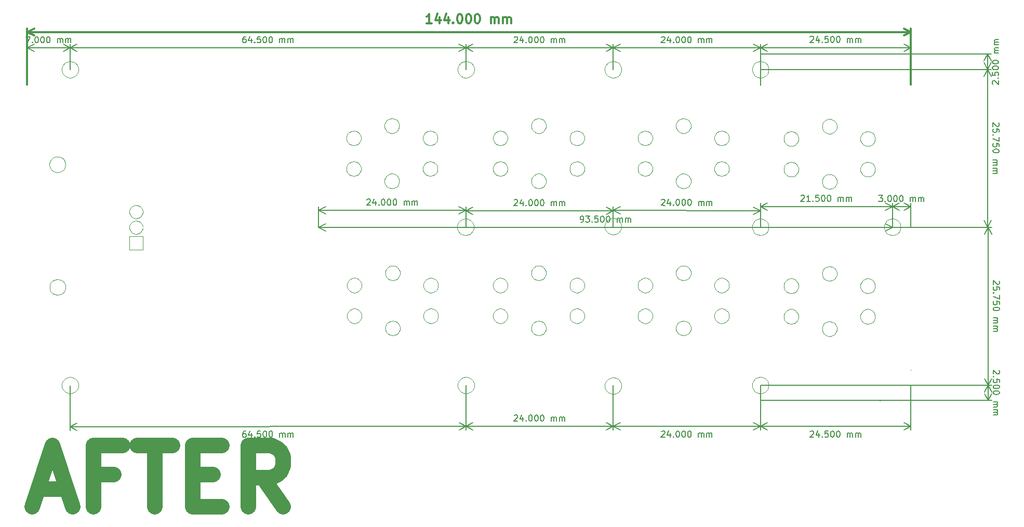
<source format=gbr>
%TF.GenerationSoftware,KiCad,Pcbnew,(5.1.10)-1*%
%TF.CreationDate,2022-09-03T16:46:32+05:30*%
%TF.ProjectId,ENC-nrf-301-02-REV05,454e432d-6e72-4662-9d33-30312d30322d,rev?*%
%TF.SameCoordinates,Original*%
%TF.FileFunction,OtherDrawing,Comment*%
%FSLAX46Y46*%
G04 Gerber Fmt 4.6, Leading zero omitted, Abs format (unit mm)*
G04 Created by KiCad (PCBNEW (5.1.10)-1) date 2022-09-03 16:46:32*
%MOMM*%
%LPD*%
G01*
G04 APERTURE LIST*
%ADD10C,2.500000*%
%ADD11C,0.150000*%
%ADD12C,0.100000*%
%ADD13C,0.300000*%
G04 APERTURE END LIST*
D10*
X92700000Y-142866666D02*
X97461904Y-142866666D01*
X91747619Y-145723809D02*
X95080952Y-135723809D01*
X98414285Y-145723809D01*
X105080952Y-140485714D02*
X101747619Y-140485714D01*
X101747619Y-145723809D02*
X101747619Y-135723809D01*
X106509523Y-135723809D01*
X108890476Y-135723809D02*
X114604761Y-135723809D01*
X111747619Y-145723809D02*
X111747619Y-135723809D01*
X117938095Y-140485714D02*
X121271428Y-140485714D01*
X122700000Y-145723809D02*
X117938095Y-145723809D01*
X117938095Y-135723809D01*
X122700000Y-135723809D01*
X132700000Y-145723809D02*
X129366666Y-140961904D01*
X126985714Y-145723809D02*
X126985714Y-135723809D01*
X130795238Y-135723809D01*
X131747619Y-136200000D01*
X132223809Y-136676190D01*
X132700000Y-137628571D01*
X132700000Y-139057142D01*
X132223809Y-140009523D01*
X131747619Y-140485714D01*
X130795238Y-140961904D01*
X126985714Y-140961904D01*
D11*
X181152380Y-99302380D02*
X181342857Y-99302380D01*
X181438095Y-99254761D01*
X181485714Y-99207142D01*
X181580952Y-99064285D01*
X181628571Y-98873809D01*
X181628571Y-98492857D01*
X181580952Y-98397619D01*
X181533333Y-98350000D01*
X181438095Y-98302380D01*
X181247619Y-98302380D01*
X181152380Y-98350000D01*
X181104761Y-98397619D01*
X181057142Y-98492857D01*
X181057142Y-98730952D01*
X181104761Y-98826190D01*
X181152380Y-98873809D01*
X181247619Y-98921428D01*
X181438095Y-98921428D01*
X181533333Y-98873809D01*
X181580952Y-98826190D01*
X181628571Y-98730952D01*
X181961904Y-98302380D02*
X182580952Y-98302380D01*
X182247619Y-98683333D01*
X182390476Y-98683333D01*
X182485714Y-98730952D01*
X182533333Y-98778571D01*
X182580952Y-98873809D01*
X182580952Y-99111904D01*
X182533333Y-99207142D01*
X182485714Y-99254761D01*
X182390476Y-99302380D01*
X182104761Y-99302380D01*
X182009523Y-99254761D01*
X181961904Y-99207142D01*
X183009523Y-99207142D02*
X183057142Y-99254761D01*
X183009523Y-99302380D01*
X182961904Y-99254761D01*
X183009523Y-99207142D01*
X183009523Y-99302380D01*
X183961904Y-98302380D02*
X183485714Y-98302380D01*
X183438095Y-98778571D01*
X183485714Y-98730952D01*
X183580952Y-98683333D01*
X183819047Y-98683333D01*
X183914285Y-98730952D01*
X183961904Y-98778571D01*
X184009523Y-98873809D01*
X184009523Y-99111904D01*
X183961904Y-99207142D01*
X183914285Y-99254761D01*
X183819047Y-99302380D01*
X183580952Y-99302380D01*
X183485714Y-99254761D01*
X183438095Y-99207142D01*
X184628571Y-98302380D02*
X184723809Y-98302380D01*
X184819047Y-98350000D01*
X184866666Y-98397619D01*
X184914285Y-98492857D01*
X184961904Y-98683333D01*
X184961904Y-98921428D01*
X184914285Y-99111904D01*
X184866666Y-99207142D01*
X184819047Y-99254761D01*
X184723809Y-99302380D01*
X184628571Y-99302380D01*
X184533333Y-99254761D01*
X184485714Y-99207142D01*
X184438095Y-99111904D01*
X184390476Y-98921428D01*
X184390476Y-98683333D01*
X184438095Y-98492857D01*
X184485714Y-98397619D01*
X184533333Y-98350000D01*
X184628571Y-98302380D01*
X185580952Y-98302380D02*
X185676190Y-98302380D01*
X185771428Y-98350000D01*
X185819047Y-98397619D01*
X185866666Y-98492857D01*
X185914285Y-98683333D01*
X185914285Y-98921428D01*
X185866666Y-99111904D01*
X185819047Y-99207142D01*
X185771428Y-99254761D01*
X185676190Y-99302380D01*
X185580952Y-99302380D01*
X185485714Y-99254761D01*
X185438095Y-99207142D01*
X185390476Y-99111904D01*
X185342857Y-98921428D01*
X185342857Y-98683333D01*
X185390476Y-98492857D01*
X185438095Y-98397619D01*
X185485714Y-98350000D01*
X185580952Y-98302380D01*
X187104761Y-99302380D02*
X187104761Y-98635714D01*
X187104761Y-98730952D02*
X187152380Y-98683333D01*
X187247619Y-98635714D01*
X187390476Y-98635714D01*
X187485714Y-98683333D01*
X187533333Y-98778571D01*
X187533333Y-99302380D01*
X187533333Y-98778571D02*
X187580952Y-98683333D01*
X187676190Y-98635714D01*
X187819047Y-98635714D01*
X187914285Y-98683333D01*
X187961904Y-98778571D01*
X187961904Y-99302380D01*
X188438095Y-99302380D02*
X188438095Y-98635714D01*
X188438095Y-98730952D02*
X188485714Y-98683333D01*
X188580952Y-98635714D01*
X188723809Y-98635714D01*
X188819047Y-98683333D01*
X188866666Y-98778571D01*
X188866666Y-99302380D01*
X188866666Y-98778571D02*
X188914285Y-98683333D01*
X189009523Y-98635714D01*
X189152380Y-98635714D01*
X189247619Y-98683333D01*
X189295238Y-98778571D01*
X189295238Y-99302380D01*
X231950000Y-100150000D02*
X138450000Y-100150000D01*
X231950000Y-100150000D02*
X231950000Y-99563579D01*
X138450000Y-100150000D02*
X138450000Y-99563579D01*
X138450000Y-100150000D02*
X139576504Y-99563579D01*
X138450000Y-100150000D02*
X139576504Y-100736421D01*
X231950000Y-100150000D02*
X230823496Y-99563579D01*
X231950000Y-100150000D02*
X230823496Y-100736421D01*
X249302380Y-123483333D02*
X249350000Y-123530952D01*
X249397619Y-123626190D01*
X249397619Y-123864285D01*
X249350000Y-123959523D01*
X249302380Y-124007142D01*
X249207142Y-124054761D01*
X249111904Y-124054761D01*
X248969047Y-124007142D01*
X248397619Y-123435714D01*
X248397619Y-124054761D01*
X248492857Y-124483333D02*
X248445238Y-124530952D01*
X248397619Y-124483333D01*
X248445238Y-124435714D01*
X248492857Y-124483333D01*
X248397619Y-124483333D01*
X249397619Y-125435714D02*
X249397619Y-124959523D01*
X248921428Y-124911904D01*
X248969047Y-124959523D01*
X249016666Y-125054761D01*
X249016666Y-125292857D01*
X248969047Y-125388095D01*
X248921428Y-125435714D01*
X248826190Y-125483333D01*
X248588095Y-125483333D01*
X248492857Y-125435714D01*
X248445238Y-125388095D01*
X248397619Y-125292857D01*
X248397619Y-125054761D01*
X248445238Y-124959523D01*
X248492857Y-124911904D01*
X249397619Y-126102380D02*
X249397619Y-126197619D01*
X249350000Y-126292857D01*
X249302380Y-126340476D01*
X249207142Y-126388095D01*
X249016666Y-126435714D01*
X248778571Y-126435714D01*
X248588095Y-126388095D01*
X248492857Y-126340476D01*
X248445238Y-126292857D01*
X248397619Y-126197619D01*
X248397619Y-126102380D01*
X248445238Y-126007142D01*
X248492857Y-125959523D01*
X248588095Y-125911904D01*
X248778571Y-125864285D01*
X249016666Y-125864285D01*
X249207142Y-125911904D01*
X249302380Y-125959523D01*
X249350000Y-126007142D01*
X249397619Y-126102380D01*
X249397619Y-127054761D02*
X249397619Y-127150000D01*
X249350000Y-127245238D01*
X249302380Y-127292857D01*
X249207142Y-127340476D01*
X249016666Y-127388095D01*
X248778571Y-127388095D01*
X248588095Y-127340476D01*
X248492857Y-127292857D01*
X248445238Y-127245238D01*
X248397619Y-127150000D01*
X248397619Y-127054761D01*
X248445238Y-126959523D01*
X248492857Y-126911904D01*
X248588095Y-126864285D01*
X248778571Y-126816666D01*
X249016666Y-126816666D01*
X249207142Y-126864285D01*
X249302380Y-126911904D01*
X249350000Y-126959523D01*
X249397619Y-127054761D01*
X248397619Y-128578571D02*
X249064285Y-128578571D01*
X248969047Y-128578571D02*
X249016666Y-128626190D01*
X249064285Y-128721428D01*
X249064285Y-128864285D01*
X249016666Y-128959523D01*
X248921428Y-129007142D01*
X248397619Y-129007142D01*
X248921428Y-129007142D02*
X249016666Y-129054761D01*
X249064285Y-129150000D01*
X249064285Y-129292857D01*
X249016666Y-129388095D01*
X248921428Y-129435714D01*
X248397619Y-129435714D01*
X248397619Y-129911904D02*
X249064285Y-129911904D01*
X248969047Y-129911904D02*
X249016666Y-129959523D01*
X249064285Y-130054761D01*
X249064285Y-130197619D01*
X249016666Y-130292857D01*
X248921428Y-130340476D01*
X248397619Y-130340476D01*
X248921428Y-130340476D02*
X249016666Y-130388095D01*
X249064285Y-130483333D01*
X249064285Y-130626190D01*
X249016666Y-130721428D01*
X248921428Y-130769047D01*
X248397619Y-130769047D01*
X247550000Y-125900000D02*
X247550000Y-128400000D01*
X210450000Y-125900000D02*
X248136421Y-125900000D01*
X210450000Y-128400000D02*
X248136421Y-128400000D01*
X247550000Y-128400000D02*
X246963579Y-127273496D01*
X247550000Y-128400000D02*
X248136421Y-127273496D01*
X247550000Y-125900000D02*
X246963579Y-127026504D01*
X247550000Y-125900000D02*
X248136421Y-127026504D01*
X248347619Y-76816666D02*
X248300000Y-76769047D01*
X248252380Y-76673809D01*
X248252380Y-76435714D01*
X248300000Y-76340476D01*
X248347619Y-76292857D01*
X248442857Y-76245238D01*
X248538095Y-76245238D01*
X248680952Y-76292857D01*
X249252380Y-76864285D01*
X249252380Y-76245238D01*
X249157142Y-75816666D02*
X249204761Y-75769047D01*
X249252380Y-75816666D01*
X249204761Y-75864285D01*
X249157142Y-75816666D01*
X249252380Y-75816666D01*
X248252380Y-74864285D02*
X248252380Y-75340476D01*
X248728571Y-75388095D01*
X248680952Y-75340476D01*
X248633333Y-75245238D01*
X248633333Y-75007142D01*
X248680952Y-74911904D01*
X248728571Y-74864285D01*
X248823809Y-74816666D01*
X249061904Y-74816666D01*
X249157142Y-74864285D01*
X249204761Y-74911904D01*
X249252380Y-75007142D01*
X249252380Y-75245238D01*
X249204761Y-75340476D01*
X249157142Y-75388095D01*
X248252380Y-74197619D02*
X248252380Y-74102380D01*
X248300000Y-74007142D01*
X248347619Y-73959523D01*
X248442857Y-73911904D01*
X248633333Y-73864285D01*
X248871428Y-73864285D01*
X249061904Y-73911904D01*
X249157142Y-73959523D01*
X249204761Y-74007142D01*
X249252380Y-74102380D01*
X249252380Y-74197619D01*
X249204761Y-74292857D01*
X249157142Y-74340476D01*
X249061904Y-74388095D01*
X248871428Y-74435714D01*
X248633333Y-74435714D01*
X248442857Y-74388095D01*
X248347619Y-74340476D01*
X248300000Y-74292857D01*
X248252380Y-74197619D01*
X248252380Y-73245238D02*
X248252380Y-73150000D01*
X248300000Y-73054761D01*
X248347619Y-73007142D01*
X248442857Y-72959523D01*
X248633333Y-72911904D01*
X248871428Y-72911904D01*
X249061904Y-72959523D01*
X249157142Y-73007142D01*
X249204761Y-73054761D01*
X249252380Y-73150000D01*
X249252380Y-73245238D01*
X249204761Y-73340476D01*
X249157142Y-73388095D01*
X249061904Y-73435714D01*
X248871428Y-73483333D01*
X248633333Y-73483333D01*
X248442857Y-73435714D01*
X248347619Y-73388095D01*
X248300000Y-73340476D01*
X248252380Y-73245238D01*
X249252380Y-71721428D02*
X248585714Y-71721428D01*
X248680952Y-71721428D02*
X248633333Y-71673809D01*
X248585714Y-71578571D01*
X248585714Y-71435714D01*
X248633333Y-71340476D01*
X248728571Y-71292857D01*
X249252380Y-71292857D01*
X248728571Y-71292857D02*
X248633333Y-71245238D01*
X248585714Y-71150000D01*
X248585714Y-71007142D01*
X248633333Y-70911904D01*
X248728571Y-70864285D01*
X249252380Y-70864285D01*
X249252380Y-70388095D02*
X248585714Y-70388095D01*
X248680952Y-70388095D02*
X248633333Y-70340476D01*
X248585714Y-70245238D01*
X248585714Y-70102380D01*
X248633333Y-70007142D01*
X248728571Y-69959523D01*
X249252380Y-69959523D01*
X248728571Y-69959523D02*
X248633333Y-69911904D01*
X248585714Y-69816666D01*
X248585714Y-69673809D01*
X248633333Y-69578571D01*
X248728571Y-69530952D01*
X249252380Y-69530952D01*
X247500000Y-74400000D02*
X247500000Y-71900000D01*
X210450000Y-74400000D02*
X248086421Y-74400000D01*
X210450000Y-71900000D02*
X248086421Y-71900000D01*
X247500000Y-71900000D02*
X248086421Y-73026504D01*
X247500000Y-71900000D02*
X246913579Y-73026504D01*
X247500000Y-74400000D02*
X248086421Y-73273496D01*
X247500000Y-74400000D02*
X246913579Y-73273496D01*
X249302380Y-108882142D02*
X249350000Y-108929761D01*
X249397619Y-109025000D01*
X249397619Y-109263095D01*
X249350000Y-109358333D01*
X249302380Y-109405952D01*
X249207142Y-109453571D01*
X249111904Y-109453571D01*
X248969047Y-109405952D01*
X248397619Y-108834523D01*
X248397619Y-109453571D01*
X249397619Y-110358333D02*
X249397619Y-109882142D01*
X248921428Y-109834523D01*
X248969047Y-109882142D01*
X249016666Y-109977380D01*
X249016666Y-110215476D01*
X248969047Y-110310714D01*
X248921428Y-110358333D01*
X248826190Y-110405952D01*
X248588095Y-110405952D01*
X248492857Y-110358333D01*
X248445238Y-110310714D01*
X248397619Y-110215476D01*
X248397619Y-109977380D01*
X248445238Y-109882142D01*
X248492857Y-109834523D01*
X248492857Y-110834523D02*
X248445238Y-110882142D01*
X248397619Y-110834523D01*
X248445238Y-110786904D01*
X248492857Y-110834523D01*
X248397619Y-110834523D01*
X249397619Y-111215476D02*
X249397619Y-111882142D01*
X248397619Y-111453571D01*
X249397619Y-112739285D02*
X249397619Y-112263095D01*
X248921428Y-112215476D01*
X248969047Y-112263095D01*
X249016666Y-112358333D01*
X249016666Y-112596428D01*
X248969047Y-112691666D01*
X248921428Y-112739285D01*
X248826190Y-112786904D01*
X248588095Y-112786904D01*
X248492857Y-112739285D01*
X248445238Y-112691666D01*
X248397619Y-112596428D01*
X248397619Y-112358333D01*
X248445238Y-112263095D01*
X248492857Y-112215476D01*
X249397619Y-113405952D02*
X249397619Y-113501190D01*
X249350000Y-113596428D01*
X249302380Y-113644047D01*
X249207142Y-113691666D01*
X249016666Y-113739285D01*
X248778571Y-113739285D01*
X248588095Y-113691666D01*
X248492857Y-113644047D01*
X248445238Y-113596428D01*
X248397619Y-113501190D01*
X248397619Y-113405952D01*
X248445238Y-113310714D01*
X248492857Y-113263095D01*
X248588095Y-113215476D01*
X248778571Y-113167857D01*
X249016666Y-113167857D01*
X249207142Y-113215476D01*
X249302380Y-113263095D01*
X249350000Y-113310714D01*
X249397619Y-113405952D01*
X248397619Y-114929761D02*
X249064285Y-114929761D01*
X248969047Y-114929761D02*
X249016666Y-114977380D01*
X249064285Y-115072619D01*
X249064285Y-115215476D01*
X249016666Y-115310714D01*
X248921428Y-115358333D01*
X248397619Y-115358333D01*
X248921428Y-115358333D02*
X249016666Y-115405952D01*
X249064285Y-115501190D01*
X249064285Y-115644047D01*
X249016666Y-115739285D01*
X248921428Y-115786904D01*
X248397619Y-115786904D01*
X248397619Y-116263095D02*
X249064285Y-116263095D01*
X248969047Y-116263095D02*
X249016666Y-116310714D01*
X249064285Y-116405952D01*
X249064285Y-116548809D01*
X249016666Y-116644047D01*
X248921428Y-116691666D01*
X248397619Y-116691666D01*
X248921428Y-116691666D02*
X249016666Y-116739285D01*
X249064285Y-116834523D01*
X249064285Y-116977380D01*
X249016666Y-117072619D01*
X248921428Y-117120238D01*
X248397619Y-117120238D01*
X247550000Y-100150000D02*
X247550000Y-125900000D01*
X210450000Y-100150000D02*
X248136421Y-100150000D01*
X210450000Y-125900000D02*
X248136421Y-125900000D01*
X247550000Y-125900000D02*
X246963579Y-124773496D01*
X247550000Y-125900000D02*
X248136421Y-124773496D01*
X247550000Y-100150000D02*
X246963579Y-101276504D01*
X247550000Y-100150000D02*
X248136421Y-101276504D01*
X249252380Y-83132142D02*
X249300000Y-83179761D01*
X249347619Y-83275000D01*
X249347619Y-83513095D01*
X249300000Y-83608333D01*
X249252380Y-83655952D01*
X249157142Y-83703571D01*
X249061904Y-83703571D01*
X248919047Y-83655952D01*
X248347619Y-83084523D01*
X248347619Y-83703571D01*
X249347619Y-84608333D02*
X249347619Y-84132142D01*
X248871428Y-84084523D01*
X248919047Y-84132142D01*
X248966666Y-84227380D01*
X248966666Y-84465476D01*
X248919047Y-84560714D01*
X248871428Y-84608333D01*
X248776190Y-84655952D01*
X248538095Y-84655952D01*
X248442857Y-84608333D01*
X248395238Y-84560714D01*
X248347619Y-84465476D01*
X248347619Y-84227380D01*
X248395238Y-84132142D01*
X248442857Y-84084523D01*
X248442857Y-85084523D02*
X248395238Y-85132142D01*
X248347619Y-85084523D01*
X248395238Y-85036904D01*
X248442857Y-85084523D01*
X248347619Y-85084523D01*
X249347619Y-85465476D02*
X249347619Y-86132142D01*
X248347619Y-85703571D01*
X249347619Y-86989285D02*
X249347619Y-86513095D01*
X248871428Y-86465476D01*
X248919047Y-86513095D01*
X248966666Y-86608333D01*
X248966666Y-86846428D01*
X248919047Y-86941666D01*
X248871428Y-86989285D01*
X248776190Y-87036904D01*
X248538095Y-87036904D01*
X248442857Y-86989285D01*
X248395238Y-86941666D01*
X248347619Y-86846428D01*
X248347619Y-86608333D01*
X248395238Y-86513095D01*
X248442857Y-86465476D01*
X249347619Y-87655952D02*
X249347619Y-87751190D01*
X249300000Y-87846428D01*
X249252380Y-87894047D01*
X249157142Y-87941666D01*
X248966666Y-87989285D01*
X248728571Y-87989285D01*
X248538095Y-87941666D01*
X248442857Y-87894047D01*
X248395238Y-87846428D01*
X248347619Y-87751190D01*
X248347619Y-87655952D01*
X248395238Y-87560714D01*
X248442857Y-87513095D01*
X248538095Y-87465476D01*
X248728571Y-87417857D01*
X248966666Y-87417857D01*
X249157142Y-87465476D01*
X249252380Y-87513095D01*
X249300000Y-87560714D01*
X249347619Y-87655952D01*
X248347619Y-89179761D02*
X249014285Y-89179761D01*
X248919047Y-89179761D02*
X248966666Y-89227380D01*
X249014285Y-89322619D01*
X249014285Y-89465476D01*
X248966666Y-89560714D01*
X248871428Y-89608333D01*
X248347619Y-89608333D01*
X248871428Y-89608333D02*
X248966666Y-89655952D01*
X249014285Y-89751190D01*
X249014285Y-89894047D01*
X248966666Y-89989285D01*
X248871428Y-90036904D01*
X248347619Y-90036904D01*
X248347619Y-90513095D02*
X249014285Y-90513095D01*
X248919047Y-90513095D02*
X248966666Y-90560714D01*
X249014285Y-90655952D01*
X249014285Y-90798809D01*
X248966666Y-90894047D01*
X248871428Y-90941666D01*
X248347619Y-90941666D01*
X248871428Y-90941666D02*
X248966666Y-90989285D01*
X249014285Y-91084523D01*
X249014285Y-91227380D01*
X248966666Y-91322619D01*
X248871428Y-91370238D01*
X248347619Y-91370238D01*
X247500000Y-74400000D02*
X247500000Y-100150000D01*
X210450000Y-74400000D02*
X248086421Y-74400000D01*
X210450000Y-100150000D02*
X248086421Y-100150000D01*
X247500000Y-100150000D02*
X246913579Y-99023496D01*
X247500000Y-100150000D02*
X248086421Y-99023496D01*
X247500000Y-74400000D02*
X246913579Y-75526504D01*
X247500000Y-74400000D02*
X248086421Y-75526504D01*
X90735714Y-69052384D02*
X91402380Y-69052384D01*
X90973809Y-70052384D01*
X91783333Y-69957146D02*
X91830952Y-70004765D01*
X91783333Y-70052384D01*
X91735714Y-70004765D01*
X91783333Y-69957146D01*
X91783333Y-70052384D01*
X92450000Y-69052384D02*
X92545238Y-69052384D01*
X92640476Y-69100004D01*
X92688095Y-69147623D01*
X92735714Y-69242861D01*
X92783333Y-69433337D01*
X92783333Y-69671432D01*
X92735714Y-69861908D01*
X92688095Y-69957146D01*
X92640476Y-70004765D01*
X92545238Y-70052384D01*
X92450000Y-70052384D01*
X92354761Y-70004765D01*
X92307142Y-69957146D01*
X92259523Y-69861908D01*
X92211904Y-69671432D01*
X92211904Y-69433337D01*
X92259523Y-69242861D01*
X92307142Y-69147623D01*
X92354761Y-69100004D01*
X92450000Y-69052384D01*
X93402380Y-69052384D02*
X93497619Y-69052384D01*
X93592857Y-69100004D01*
X93640476Y-69147623D01*
X93688095Y-69242861D01*
X93735714Y-69433337D01*
X93735714Y-69671432D01*
X93688095Y-69861908D01*
X93640476Y-69957146D01*
X93592857Y-70004765D01*
X93497619Y-70052384D01*
X93402380Y-70052384D01*
X93307142Y-70004765D01*
X93259523Y-69957146D01*
X93211904Y-69861908D01*
X93164285Y-69671432D01*
X93164285Y-69433337D01*
X93211904Y-69242861D01*
X93259523Y-69147623D01*
X93307142Y-69100004D01*
X93402380Y-69052384D01*
X94354761Y-69052384D02*
X94450000Y-69052384D01*
X94545238Y-69100004D01*
X94592857Y-69147623D01*
X94640476Y-69242861D01*
X94688095Y-69433337D01*
X94688095Y-69671432D01*
X94640476Y-69861908D01*
X94592857Y-69957146D01*
X94545238Y-70004765D01*
X94450000Y-70052384D01*
X94354761Y-70052384D01*
X94259523Y-70004765D01*
X94211904Y-69957146D01*
X94164285Y-69861908D01*
X94116666Y-69671432D01*
X94116666Y-69433337D01*
X94164285Y-69242861D01*
X94211904Y-69147623D01*
X94259523Y-69100004D01*
X94354761Y-69052384D01*
X95878571Y-70052384D02*
X95878571Y-69385718D01*
X95878571Y-69480956D02*
X95926190Y-69433337D01*
X96021428Y-69385718D01*
X96164285Y-69385718D01*
X96259523Y-69433337D01*
X96307142Y-69528575D01*
X96307142Y-70052384D01*
X96307142Y-69528575D02*
X96354761Y-69433337D01*
X96450000Y-69385718D01*
X96592857Y-69385718D01*
X96688095Y-69433337D01*
X96735714Y-69528575D01*
X96735714Y-70052384D01*
X97211904Y-70052384D02*
X97211904Y-69385718D01*
X97211904Y-69480956D02*
X97259523Y-69433337D01*
X97354761Y-69385718D01*
X97497619Y-69385718D01*
X97592857Y-69433337D01*
X97640476Y-69528575D01*
X97640476Y-70052384D01*
X97640476Y-69528575D02*
X97688095Y-69433337D01*
X97783333Y-69385718D01*
X97926190Y-69385718D01*
X98021428Y-69433337D01*
X98069047Y-69528575D01*
X98069047Y-70052384D01*
X97950000Y-70900004D02*
X90950000Y-70900004D01*
X97950000Y-74400000D02*
X97950000Y-70313583D01*
X90950000Y-74400000D02*
X90950000Y-70313583D01*
X90950000Y-70900004D02*
X92076504Y-70313583D01*
X90950000Y-70900004D02*
X92076504Y-71486425D01*
X97950000Y-70900004D02*
X96823496Y-70313583D01*
X97950000Y-70900004D02*
X96823496Y-71486425D01*
X126533333Y-69052383D02*
X126342857Y-69052383D01*
X126247619Y-69100003D01*
X126200000Y-69147622D01*
X126104761Y-69290479D01*
X126057142Y-69480955D01*
X126057142Y-69861907D01*
X126104761Y-69957145D01*
X126152380Y-70004764D01*
X126247619Y-70052383D01*
X126438095Y-70052383D01*
X126533333Y-70004764D01*
X126580952Y-69957145D01*
X126628571Y-69861907D01*
X126628571Y-69623812D01*
X126580952Y-69528574D01*
X126533333Y-69480955D01*
X126438095Y-69433336D01*
X126247619Y-69433336D01*
X126152380Y-69480955D01*
X126104761Y-69528574D01*
X126057142Y-69623812D01*
X127485714Y-69385717D02*
X127485714Y-70052383D01*
X127247619Y-69004764D02*
X127009523Y-69719050D01*
X127628571Y-69719050D01*
X128009523Y-69957145D02*
X128057142Y-70004764D01*
X128009523Y-70052383D01*
X127961904Y-70004764D01*
X128009523Y-69957145D01*
X128009523Y-70052383D01*
X128961904Y-69052383D02*
X128485714Y-69052383D01*
X128438095Y-69528574D01*
X128485714Y-69480955D01*
X128580952Y-69433336D01*
X128819047Y-69433336D01*
X128914285Y-69480955D01*
X128961904Y-69528574D01*
X129009523Y-69623812D01*
X129009523Y-69861907D01*
X128961904Y-69957145D01*
X128914285Y-70004764D01*
X128819047Y-70052383D01*
X128580952Y-70052383D01*
X128485714Y-70004764D01*
X128438095Y-69957145D01*
X129628571Y-69052383D02*
X129723809Y-69052383D01*
X129819047Y-69100003D01*
X129866666Y-69147622D01*
X129914285Y-69242860D01*
X129961904Y-69433336D01*
X129961904Y-69671431D01*
X129914285Y-69861907D01*
X129866666Y-69957145D01*
X129819047Y-70004764D01*
X129723809Y-70052383D01*
X129628571Y-70052383D01*
X129533333Y-70004764D01*
X129485714Y-69957145D01*
X129438095Y-69861907D01*
X129390476Y-69671431D01*
X129390476Y-69433336D01*
X129438095Y-69242860D01*
X129485714Y-69147622D01*
X129533333Y-69100003D01*
X129628571Y-69052383D01*
X130580952Y-69052383D02*
X130676190Y-69052383D01*
X130771428Y-69100003D01*
X130819047Y-69147622D01*
X130866666Y-69242860D01*
X130914285Y-69433336D01*
X130914285Y-69671431D01*
X130866666Y-69861907D01*
X130819047Y-69957145D01*
X130771428Y-70004764D01*
X130676190Y-70052383D01*
X130580952Y-70052383D01*
X130485714Y-70004764D01*
X130438095Y-69957145D01*
X130390476Y-69861907D01*
X130342857Y-69671431D01*
X130342857Y-69433336D01*
X130390476Y-69242860D01*
X130438095Y-69147622D01*
X130485714Y-69100003D01*
X130580952Y-69052383D01*
X132104761Y-70052383D02*
X132104761Y-69385717D01*
X132104761Y-69480955D02*
X132152380Y-69433336D01*
X132247619Y-69385717D01*
X132390476Y-69385717D01*
X132485714Y-69433336D01*
X132533333Y-69528574D01*
X132533333Y-70052383D01*
X132533333Y-69528574D02*
X132580952Y-69433336D01*
X132676190Y-69385717D01*
X132819047Y-69385717D01*
X132914285Y-69433336D01*
X132961904Y-69528574D01*
X132961904Y-70052383D01*
X133438095Y-70052383D02*
X133438095Y-69385717D01*
X133438095Y-69480955D02*
X133485714Y-69433336D01*
X133580952Y-69385717D01*
X133723809Y-69385717D01*
X133819047Y-69433336D01*
X133866666Y-69528574D01*
X133866666Y-70052383D01*
X133866666Y-69528574D02*
X133914285Y-69433336D01*
X134009523Y-69385717D01*
X134152380Y-69385717D01*
X134247619Y-69433336D01*
X134295238Y-69528574D01*
X134295238Y-70052383D01*
X162450000Y-70900003D02*
X97950000Y-70900003D01*
X162450000Y-74400000D02*
X162450000Y-70313582D01*
X97950000Y-74400000D02*
X97950000Y-70313582D01*
X97950000Y-70900003D02*
X99076504Y-70313582D01*
X97950000Y-70900003D02*
X99076504Y-71486424D01*
X162450000Y-70900003D02*
X161323496Y-70313582D01*
X162450000Y-70900003D02*
X161323496Y-71486424D01*
X170307142Y-69147621D02*
X170354761Y-69100002D01*
X170450000Y-69052382D01*
X170688095Y-69052382D01*
X170783333Y-69100002D01*
X170830952Y-69147621D01*
X170878571Y-69242859D01*
X170878571Y-69338097D01*
X170830952Y-69480954D01*
X170259523Y-70052382D01*
X170878571Y-70052382D01*
X171735714Y-69385716D02*
X171735714Y-70052382D01*
X171497619Y-69004763D02*
X171259523Y-69719049D01*
X171878571Y-69719049D01*
X172259523Y-69957144D02*
X172307142Y-70004763D01*
X172259523Y-70052382D01*
X172211904Y-70004763D01*
X172259523Y-69957144D01*
X172259523Y-70052382D01*
X172926190Y-69052382D02*
X173021428Y-69052382D01*
X173116666Y-69100002D01*
X173164285Y-69147621D01*
X173211904Y-69242859D01*
X173259523Y-69433335D01*
X173259523Y-69671430D01*
X173211904Y-69861906D01*
X173164285Y-69957144D01*
X173116666Y-70004763D01*
X173021428Y-70052382D01*
X172926190Y-70052382D01*
X172830952Y-70004763D01*
X172783333Y-69957144D01*
X172735714Y-69861906D01*
X172688095Y-69671430D01*
X172688095Y-69433335D01*
X172735714Y-69242859D01*
X172783333Y-69147621D01*
X172830952Y-69100002D01*
X172926190Y-69052382D01*
X173878571Y-69052382D02*
X173973809Y-69052382D01*
X174069047Y-69100002D01*
X174116666Y-69147621D01*
X174164285Y-69242859D01*
X174211904Y-69433335D01*
X174211904Y-69671430D01*
X174164285Y-69861906D01*
X174116666Y-69957144D01*
X174069047Y-70004763D01*
X173973809Y-70052382D01*
X173878571Y-70052382D01*
X173783333Y-70004763D01*
X173735714Y-69957144D01*
X173688095Y-69861906D01*
X173640476Y-69671430D01*
X173640476Y-69433335D01*
X173688095Y-69242859D01*
X173735714Y-69147621D01*
X173783333Y-69100002D01*
X173878571Y-69052382D01*
X174830952Y-69052382D02*
X174926190Y-69052382D01*
X175021428Y-69100002D01*
X175069047Y-69147621D01*
X175116666Y-69242859D01*
X175164285Y-69433335D01*
X175164285Y-69671430D01*
X175116666Y-69861906D01*
X175069047Y-69957144D01*
X175021428Y-70004763D01*
X174926190Y-70052382D01*
X174830952Y-70052382D01*
X174735714Y-70004763D01*
X174688095Y-69957144D01*
X174640476Y-69861906D01*
X174592857Y-69671430D01*
X174592857Y-69433335D01*
X174640476Y-69242859D01*
X174688095Y-69147621D01*
X174735714Y-69100002D01*
X174830952Y-69052382D01*
X176354761Y-70052382D02*
X176354761Y-69385716D01*
X176354761Y-69480954D02*
X176402380Y-69433335D01*
X176497619Y-69385716D01*
X176640476Y-69385716D01*
X176735714Y-69433335D01*
X176783333Y-69528573D01*
X176783333Y-70052382D01*
X176783333Y-69528573D02*
X176830952Y-69433335D01*
X176926190Y-69385716D01*
X177069047Y-69385716D01*
X177164285Y-69433335D01*
X177211904Y-69528573D01*
X177211904Y-70052382D01*
X177688095Y-70052382D02*
X177688095Y-69385716D01*
X177688095Y-69480954D02*
X177735714Y-69433335D01*
X177830952Y-69385716D01*
X177973809Y-69385716D01*
X178069047Y-69433335D01*
X178116666Y-69528573D01*
X178116666Y-70052382D01*
X178116666Y-69528573D02*
X178164285Y-69433335D01*
X178259523Y-69385716D01*
X178402380Y-69385716D01*
X178497619Y-69433335D01*
X178545238Y-69528573D01*
X178545238Y-70052382D01*
X186450000Y-70900002D02*
X162450000Y-70900002D01*
X186450000Y-74400000D02*
X186450000Y-70313581D01*
X162450000Y-74400000D02*
X162450000Y-70313581D01*
X162450000Y-70900002D02*
X163576504Y-70313581D01*
X162450000Y-70900002D02*
X163576504Y-71486423D01*
X186450000Y-70900002D02*
X185323496Y-70313581D01*
X186450000Y-70900002D02*
X185323496Y-71486423D01*
X194307142Y-69147620D02*
X194354761Y-69100001D01*
X194450000Y-69052381D01*
X194688095Y-69052381D01*
X194783333Y-69100001D01*
X194830952Y-69147620D01*
X194878571Y-69242858D01*
X194878571Y-69338096D01*
X194830952Y-69480953D01*
X194259523Y-70052381D01*
X194878571Y-70052381D01*
X195735714Y-69385715D02*
X195735714Y-70052381D01*
X195497619Y-69004762D02*
X195259523Y-69719048D01*
X195878571Y-69719048D01*
X196259523Y-69957143D02*
X196307142Y-70004762D01*
X196259523Y-70052381D01*
X196211904Y-70004762D01*
X196259523Y-69957143D01*
X196259523Y-70052381D01*
X196926190Y-69052381D02*
X197021428Y-69052381D01*
X197116666Y-69100001D01*
X197164285Y-69147620D01*
X197211904Y-69242858D01*
X197259523Y-69433334D01*
X197259523Y-69671429D01*
X197211904Y-69861905D01*
X197164285Y-69957143D01*
X197116666Y-70004762D01*
X197021428Y-70052381D01*
X196926190Y-70052381D01*
X196830952Y-70004762D01*
X196783333Y-69957143D01*
X196735714Y-69861905D01*
X196688095Y-69671429D01*
X196688095Y-69433334D01*
X196735714Y-69242858D01*
X196783333Y-69147620D01*
X196830952Y-69100001D01*
X196926190Y-69052381D01*
X197878571Y-69052381D02*
X197973809Y-69052381D01*
X198069047Y-69100001D01*
X198116666Y-69147620D01*
X198164285Y-69242858D01*
X198211904Y-69433334D01*
X198211904Y-69671429D01*
X198164285Y-69861905D01*
X198116666Y-69957143D01*
X198069047Y-70004762D01*
X197973809Y-70052381D01*
X197878571Y-70052381D01*
X197783333Y-70004762D01*
X197735714Y-69957143D01*
X197688095Y-69861905D01*
X197640476Y-69671429D01*
X197640476Y-69433334D01*
X197688095Y-69242858D01*
X197735714Y-69147620D01*
X197783333Y-69100001D01*
X197878571Y-69052381D01*
X198830952Y-69052381D02*
X198926190Y-69052381D01*
X199021428Y-69100001D01*
X199069047Y-69147620D01*
X199116666Y-69242858D01*
X199164285Y-69433334D01*
X199164285Y-69671429D01*
X199116666Y-69861905D01*
X199069047Y-69957143D01*
X199021428Y-70004762D01*
X198926190Y-70052381D01*
X198830952Y-70052381D01*
X198735714Y-70004762D01*
X198688095Y-69957143D01*
X198640476Y-69861905D01*
X198592857Y-69671429D01*
X198592857Y-69433334D01*
X198640476Y-69242858D01*
X198688095Y-69147620D01*
X198735714Y-69100001D01*
X198830952Y-69052381D01*
X200354761Y-70052381D02*
X200354761Y-69385715D01*
X200354761Y-69480953D02*
X200402380Y-69433334D01*
X200497619Y-69385715D01*
X200640476Y-69385715D01*
X200735714Y-69433334D01*
X200783333Y-69528572D01*
X200783333Y-70052381D01*
X200783333Y-69528572D02*
X200830952Y-69433334D01*
X200926190Y-69385715D01*
X201069047Y-69385715D01*
X201164285Y-69433334D01*
X201211904Y-69528572D01*
X201211904Y-70052381D01*
X201688095Y-70052381D02*
X201688095Y-69385715D01*
X201688095Y-69480953D02*
X201735714Y-69433334D01*
X201830952Y-69385715D01*
X201973809Y-69385715D01*
X202069047Y-69433334D01*
X202116666Y-69528572D01*
X202116666Y-70052381D01*
X202116666Y-69528572D02*
X202164285Y-69433334D01*
X202259523Y-69385715D01*
X202402380Y-69385715D01*
X202497619Y-69433334D01*
X202545238Y-69528572D01*
X202545238Y-70052381D01*
X210450000Y-70900001D02*
X186450000Y-70900001D01*
X210450000Y-74400000D02*
X210450000Y-70313580D01*
X186450000Y-74400000D02*
X186450000Y-70313580D01*
X186450000Y-70900001D02*
X187576504Y-70313580D01*
X186450000Y-70900001D02*
X187576504Y-71486422D01*
X210450000Y-70900001D02*
X209323496Y-70313580D01*
X210450000Y-70900001D02*
X209323496Y-71486422D01*
X218557142Y-69097619D02*
X218604761Y-69050000D01*
X218700000Y-69002380D01*
X218938095Y-69002380D01*
X219033333Y-69050000D01*
X219080952Y-69097619D01*
X219128571Y-69192857D01*
X219128571Y-69288095D01*
X219080952Y-69430952D01*
X218509523Y-70002380D01*
X219128571Y-70002380D01*
X219985714Y-69335714D02*
X219985714Y-70002380D01*
X219747619Y-68954761D02*
X219509523Y-69669047D01*
X220128571Y-69669047D01*
X220509523Y-69907142D02*
X220557142Y-69954761D01*
X220509523Y-70002380D01*
X220461904Y-69954761D01*
X220509523Y-69907142D01*
X220509523Y-70002380D01*
X221461904Y-69002380D02*
X220985714Y-69002380D01*
X220938095Y-69478571D01*
X220985714Y-69430952D01*
X221080952Y-69383333D01*
X221319047Y-69383333D01*
X221414285Y-69430952D01*
X221461904Y-69478571D01*
X221509523Y-69573809D01*
X221509523Y-69811904D01*
X221461904Y-69907142D01*
X221414285Y-69954761D01*
X221319047Y-70002380D01*
X221080952Y-70002380D01*
X220985714Y-69954761D01*
X220938095Y-69907142D01*
X222128571Y-69002380D02*
X222223809Y-69002380D01*
X222319047Y-69050000D01*
X222366666Y-69097619D01*
X222414285Y-69192857D01*
X222461904Y-69383333D01*
X222461904Y-69621428D01*
X222414285Y-69811904D01*
X222366666Y-69907142D01*
X222319047Y-69954761D01*
X222223809Y-70002380D01*
X222128571Y-70002380D01*
X222033333Y-69954761D01*
X221985714Y-69907142D01*
X221938095Y-69811904D01*
X221890476Y-69621428D01*
X221890476Y-69383333D01*
X221938095Y-69192857D01*
X221985714Y-69097619D01*
X222033333Y-69050000D01*
X222128571Y-69002380D01*
X223080952Y-69002380D02*
X223176190Y-69002380D01*
X223271428Y-69050000D01*
X223319047Y-69097619D01*
X223366666Y-69192857D01*
X223414285Y-69383333D01*
X223414285Y-69621428D01*
X223366666Y-69811904D01*
X223319047Y-69907142D01*
X223271428Y-69954761D01*
X223176190Y-70002380D01*
X223080952Y-70002380D01*
X222985714Y-69954761D01*
X222938095Y-69907142D01*
X222890476Y-69811904D01*
X222842857Y-69621428D01*
X222842857Y-69383333D01*
X222890476Y-69192857D01*
X222938095Y-69097619D01*
X222985714Y-69050000D01*
X223080952Y-69002380D01*
X224604761Y-70002380D02*
X224604761Y-69335714D01*
X224604761Y-69430952D02*
X224652380Y-69383333D01*
X224747619Y-69335714D01*
X224890476Y-69335714D01*
X224985714Y-69383333D01*
X225033333Y-69478571D01*
X225033333Y-70002380D01*
X225033333Y-69478571D02*
X225080952Y-69383333D01*
X225176190Y-69335714D01*
X225319047Y-69335714D01*
X225414285Y-69383333D01*
X225461904Y-69478571D01*
X225461904Y-70002380D01*
X225938095Y-70002380D02*
X225938095Y-69335714D01*
X225938095Y-69430952D02*
X225985714Y-69383333D01*
X226080952Y-69335714D01*
X226223809Y-69335714D01*
X226319047Y-69383333D01*
X226366666Y-69478571D01*
X226366666Y-70002380D01*
X226366666Y-69478571D02*
X226414285Y-69383333D01*
X226509523Y-69335714D01*
X226652380Y-69335714D01*
X226747619Y-69383333D01*
X226795238Y-69478571D01*
X226795238Y-70002380D01*
X234950000Y-70850000D02*
X210450000Y-70850000D01*
X234950000Y-76950000D02*
X234950000Y-70263579D01*
X210450000Y-76950000D02*
X210450000Y-70263579D01*
X210450000Y-70850000D02*
X211576504Y-70263579D01*
X210450000Y-70850000D02*
X211576504Y-71436421D01*
X234950000Y-70850000D02*
X233823496Y-70263579D01*
X234950000Y-70850000D02*
X233823496Y-71436421D01*
X126539111Y-133380218D02*
X126348635Y-133380366D01*
X126253434Y-133428059D01*
X126205852Y-133475714D01*
X126110725Y-133618645D01*
X126063253Y-133809158D01*
X126063549Y-134190111D01*
X126111241Y-134285312D01*
X126158897Y-134332894D01*
X126254172Y-134380439D01*
X126444649Y-134380292D01*
X126539850Y-134332599D01*
X126587432Y-134284943D01*
X126634977Y-134189668D01*
X126634792Y-133951573D01*
X126587100Y-133856371D01*
X126539444Y-133808789D01*
X126444169Y-133761244D01*
X126253693Y-133761392D01*
X126158491Y-133809085D01*
X126110909Y-133856741D01*
X126063364Y-133952016D01*
X127491750Y-133712813D02*
X127492267Y-134379479D01*
X127253360Y-133332045D02*
X127015819Y-134046515D01*
X127634866Y-134046035D01*
X128016003Y-134283835D02*
X128063659Y-134331417D01*
X128016077Y-134379073D01*
X127968421Y-134331491D01*
X128016003Y-134283835D01*
X128016077Y-134379073D01*
X128967682Y-133378335D02*
X128491492Y-133378705D01*
X128444242Y-133854932D01*
X128491824Y-133807276D01*
X128587025Y-133759583D01*
X128825120Y-133759398D01*
X128920395Y-133806944D01*
X128968051Y-133854526D01*
X129015744Y-133949727D01*
X129015929Y-134187822D01*
X128968383Y-134283097D01*
X128920801Y-134330753D01*
X128825600Y-134378446D01*
X128587505Y-134378630D01*
X128492230Y-134331085D01*
X128444574Y-134283503D01*
X129634349Y-133377819D02*
X129729587Y-133377745D01*
X129824862Y-133425290D01*
X129872518Y-133472872D01*
X129920210Y-133568073D01*
X129967977Y-133758512D01*
X129968162Y-133996608D01*
X129920690Y-134187121D01*
X129873145Y-134282396D01*
X129825563Y-134330052D01*
X129730362Y-134377744D01*
X129635124Y-134377818D01*
X129539849Y-134330273D01*
X129492193Y-134282691D01*
X129444500Y-134187490D01*
X129396733Y-133997051D01*
X129396549Y-133758955D01*
X129444020Y-133568442D01*
X129491565Y-133473167D01*
X129539147Y-133425511D01*
X129634349Y-133377819D01*
X130586729Y-133377080D02*
X130681967Y-133377006D01*
X130777242Y-133424552D01*
X130824898Y-133472134D01*
X130872591Y-133567335D01*
X130920358Y-133757774D01*
X130920542Y-133995869D01*
X130873071Y-134186382D01*
X130825526Y-134281657D01*
X130777944Y-134329313D01*
X130682743Y-134377006D01*
X130587504Y-134377080D01*
X130492229Y-134329535D01*
X130444574Y-134281953D01*
X130396881Y-134186752D01*
X130349114Y-133996312D01*
X130348929Y-133758217D01*
X130396401Y-133567704D01*
X130443946Y-133472429D01*
X130491528Y-133424773D01*
X130586729Y-133377080D01*
X132111314Y-134375899D02*
X132110797Y-133709232D01*
X132110871Y-133804470D02*
X132158453Y-133756814D01*
X132253654Y-133709122D01*
X132396511Y-133709011D01*
X132491786Y-133756556D01*
X132539479Y-133851757D01*
X132539885Y-134375567D01*
X132539479Y-133851757D02*
X132587024Y-133756482D01*
X132682225Y-133708789D01*
X132825082Y-133708679D01*
X132920357Y-133756224D01*
X132968050Y-133851425D01*
X132968456Y-134375234D01*
X133444646Y-134374865D02*
X133444130Y-133708199D01*
X133444203Y-133803437D02*
X133491786Y-133755781D01*
X133586987Y-133708088D01*
X133729844Y-133707977D01*
X133825119Y-133755522D01*
X133872812Y-133850724D01*
X133873218Y-134374533D01*
X133872812Y-133850724D02*
X133920357Y-133755449D01*
X134015558Y-133707756D01*
X134158415Y-133707645D01*
X134253690Y-133755190D01*
X134301383Y-133850391D01*
X134301789Y-134374201D01*
X162455194Y-132599995D02*
X97955194Y-132649995D01*
X162450000Y-125900000D02*
X162455648Y-133186416D01*
X97950000Y-125950000D02*
X97955648Y-133236416D01*
X97955194Y-132649995D02*
X99081243Y-132062701D01*
X97955194Y-132649995D02*
X99082152Y-133235542D01*
X162455194Y-132599995D02*
X161328236Y-132014448D01*
X162455194Y-132599995D02*
X161329145Y-133187289D01*
X170307142Y-130847619D02*
X170354761Y-130800000D01*
X170450000Y-130752380D01*
X170688095Y-130752380D01*
X170783333Y-130800000D01*
X170830952Y-130847619D01*
X170878571Y-130942857D01*
X170878571Y-131038095D01*
X170830952Y-131180952D01*
X170259523Y-131752380D01*
X170878571Y-131752380D01*
X171735714Y-131085714D02*
X171735714Y-131752380D01*
X171497619Y-130704761D02*
X171259523Y-131419047D01*
X171878571Y-131419047D01*
X172259523Y-131657142D02*
X172307142Y-131704761D01*
X172259523Y-131752380D01*
X172211904Y-131704761D01*
X172259523Y-131657142D01*
X172259523Y-131752380D01*
X172926190Y-130752380D02*
X173021428Y-130752380D01*
X173116666Y-130800000D01*
X173164285Y-130847619D01*
X173211904Y-130942857D01*
X173259523Y-131133333D01*
X173259523Y-131371428D01*
X173211904Y-131561904D01*
X173164285Y-131657142D01*
X173116666Y-131704761D01*
X173021428Y-131752380D01*
X172926190Y-131752380D01*
X172830952Y-131704761D01*
X172783333Y-131657142D01*
X172735714Y-131561904D01*
X172688095Y-131371428D01*
X172688095Y-131133333D01*
X172735714Y-130942857D01*
X172783333Y-130847619D01*
X172830952Y-130800000D01*
X172926190Y-130752380D01*
X173878571Y-130752380D02*
X173973809Y-130752380D01*
X174069047Y-130800000D01*
X174116666Y-130847619D01*
X174164285Y-130942857D01*
X174211904Y-131133333D01*
X174211904Y-131371428D01*
X174164285Y-131561904D01*
X174116666Y-131657142D01*
X174069047Y-131704761D01*
X173973809Y-131752380D01*
X173878571Y-131752380D01*
X173783333Y-131704761D01*
X173735714Y-131657142D01*
X173688095Y-131561904D01*
X173640476Y-131371428D01*
X173640476Y-131133333D01*
X173688095Y-130942857D01*
X173735714Y-130847619D01*
X173783333Y-130800000D01*
X173878571Y-130752380D01*
X174830952Y-130752380D02*
X174926190Y-130752380D01*
X175021428Y-130800000D01*
X175069047Y-130847619D01*
X175116666Y-130942857D01*
X175164285Y-131133333D01*
X175164285Y-131371428D01*
X175116666Y-131561904D01*
X175069047Y-131657142D01*
X175021428Y-131704761D01*
X174926190Y-131752380D01*
X174830952Y-131752380D01*
X174735714Y-131704761D01*
X174688095Y-131657142D01*
X174640476Y-131561904D01*
X174592857Y-131371428D01*
X174592857Y-131133333D01*
X174640476Y-130942857D01*
X174688095Y-130847619D01*
X174735714Y-130800000D01*
X174830952Y-130752380D01*
X176354761Y-131752380D02*
X176354761Y-131085714D01*
X176354761Y-131180952D02*
X176402380Y-131133333D01*
X176497619Y-131085714D01*
X176640476Y-131085714D01*
X176735714Y-131133333D01*
X176783333Y-131228571D01*
X176783333Y-131752380D01*
X176783333Y-131228571D02*
X176830952Y-131133333D01*
X176926190Y-131085714D01*
X177069047Y-131085714D01*
X177164285Y-131133333D01*
X177211904Y-131228571D01*
X177211904Y-131752380D01*
X177688095Y-131752380D02*
X177688095Y-131085714D01*
X177688095Y-131180952D02*
X177735714Y-131133333D01*
X177830952Y-131085714D01*
X177973809Y-131085714D01*
X178069047Y-131133333D01*
X178116666Y-131228571D01*
X178116666Y-131752380D01*
X178116666Y-131228571D02*
X178164285Y-131133333D01*
X178259523Y-131085714D01*
X178402380Y-131085714D01*
X178497619Y-131133333D01*
X178545238Y-131228571D01*
X178545238Y-131752380D01*
X186450000Y-132600000D02*
X162450000Y-132600000D01*
X186450000Y-132600000D02*
X186450000Y-132013579D01*
X162450000Y-132600000D02*
X162450000Y-132013579D01*
X162450000Y-132600000D02*
X163576504Y-132013579D01*
X162450000Y-132600000D02*
X163576504Y-133186421D01*
X186450000Y-132600000D02*
X185323496Y-132013579D01*
X186450000Y-132600000D02*
X185323496Y-133186421D01*
X194307142Y-133447619D02*
X194354761Y-133400000D01*
X194450000Y-133352380D01*
X194688095Y-133352380D01*
X194783333Y-133400000D01*
X194830952Y-133447619D01*
X194878571Y-133542857D01*
X194878571Y-133638095D01*
X194830952Y-133780952D01*
X194259523Y-134352380D01*
X194878571Y-134352380D01*
X195735714Y-133685714D02*
X195735714Y-134352380D01*
X195497619Y-133304761D02*
X195259523Y-134019047D01*
X195878571Y-134019047D01*
X196259523Y-134257142D02*
X196307142Y-134304761D01*
X196259523Y-134352380D01*
X196211904Y-134304761D01*
X196259523Y-134257142D01*
X196259523Y-134352380D01*
X196926190Y-133352380D02*
X197021428Y-133352380D01*
X197116666Y-133400000D01*
X197164285Y-133447619D01*
X197211904Y-133542857D01*
X197259523Y-133733333D01*
X197259523Y-133971428D01*
X197211904Y-134161904D01*
X197164285Y-134257142D01*
X197116666Y-134304761D01*
X197021428Y-134352380D01*
X196926190Y-134352380D01*
X196830952Y-134304761D01*
X196783333Y-134257142D01*
X196735714Y-134161904D01*
X196688095Y-133971428D01*
X196688095Y-133733333D01*
X196735714Y-133542857D01*
X196783333Y-133447619D01*
X196830952Y-133400000D01*
X196926190Y-133352380D01*
X197878571Y-133352380D02*
X197973809Y-133352380D01*
X198069047Y-133400000D01*
X198116666Y-133447619D01*
X198164285Y-133542857D01*
X198211904Y-133733333D01*
X198211904Y-133971428D01*
X198164285Y-134161904D01*
X198116666Y-134257142D01*
X198069047Y-134304761D01*
X197973809Y-134352380D01*
X197878571Y-134352380D01*
X197783333Y-134304761D01*
X197735714Y-134257142D01*
X197688095Y-134161904D01*
X197640476Y-133971428D01*
X197640476Y-133733333D01*
X197688095Y-133542857D01*
X197735714Y-133447619D01*
X197783333Y-133400000D01*
X197878571Y-133352380D01*
X198830952Y-133352380D02*
X198926190Y-133352380D01*
X199021428Y-133400000D01*
X199069047Y-133447619D01*
X199116666Y-133542857D01*
X199164285Y-133733333D01*
X199164285Y-133971428D01*
X199116666Y-134161904D01*
X199069047Y-134257142D01*
X199021428Y-134304761D01*
X198926190Y-134352380D01*
X198830952Y-134352380D01*
X198735714Y-134304761D01*
X198688095Y-134257142D01*
X198640476Y-134161904D01*
X198592857Y-133971428D01*
X198592857Y-133733333D01*
X198640476Y-133542857D01*
X198688095Y-133447619D01*
X198735714Y-133400000D01*
X198830952Y-133352380D01*
X200354761Y-134352380D02*
X200354761Y-133685714D01*
X200354761Y-133780952D02*
X200402380Y-133733333D01*
X200497619Y-133685714D01*
X200640476Y-133685714D01*
X200735714Y-133733333D01*
X200783333Y-133828571D01*
X200783333Y-134352380D01*
X200783333Y-133828571D02*
X200830952Y-133733333D01*
X200926190Y-133685714D01*
X201069047Y-133685714D01*
X201164285Y-133733333D01*
X201211904Y-133828571D01*
X201211904Y-134352380D01*
X201688095Y-134352380D02*
X201688095Y-133685714D01*
X201688095Y-133780952D02*
X201735714Y-133733333D01*
X201830952Y-133685714D01*
X201973809Y-133685714D01*
X202069047Y-133733333D01*
X202116666Y-133828571D01*
X202116666Y-134352380D01*
X202116666Y-133828571D02*
X202164285Y-133733333D01*
X202259523Y-133685714D01*
X202402380Y-133685714D01*
X202497619Y-133733333D01*
X202545238Y-133828571D01*
X202545238Y-134352380D01*
X210450000Y-132600000D02*
X186450000Y-132600000D01*
X210450000Y-125900000D02*
X210450000Y-133186421D01*
X186450000Y-125900000D02*
X186450000Y-133186421D01*
X186450000Y-132600000D02*
X187576504Y-132013579D01*
X186450000Y-132600000D02*
X187576504Y-133186421D01*
X210450000Y-132600000D02*
X209323496Y-132013579D01*
X210450000Y-132600000D02*
X209323496Y-133186421D01*
X218557142Y-133447619D02*
X218604761Y-133400000D01*
X218700000Y-133352380D01*
X218938095Y-133352380D01*
X219033333Y-133400000D01*
X219080952Y-133447619D01*
X219128571Y-133542857D01*
X219128571Y-133638095D01*
X219080952Y-133780952D01*
X218509523Y-134352380D01*
X219128571Y-134352380D01*
X219985714Y-133685714D02*
X219985714Y-134352380D01*
X219747619Y-133304761D02*
X219509523Y-134019047D01*
X220128571Y-134019047D01*
X220509523Y-134257142D02*
X220557142Y-134304761D01*
X220509523Y-134352380D01*
X220461904Y-134304761D01*
X220509523Y-134257142D01*
X220509523Y-134352380D01*
X221461904Y-133352380D02*
X220985714Y-133352380D01*
X220938095Y-133828571D01*
X220985714Y-133780952D01*
X221080952Y-133733333D01*
X221319047Y-133733333D01*
X221414285Y-133780952D01*
X221461904Y-133828571D01*
X221509523Y-133923809D01*
X221509523Y-134161904D01*
X221461904Y-134257142D01*
X221414285Y-134304761D01*
X221319047Y-134352380D01*
X221080952Y-134352380D01*
X220985714Y-134304761D01*
X220938095Y-134257142D01*
X222128571Y-133352380D02*
X222223809Y-133352380D01*
X222319047Y-133400000D01*
X222366666Y-133447619D01*
X222414285Y-133542857D01*
X222461904Y-133733333D01*
X222461904Y-133971428D01*
X222414285Y-134161904D01*
X222366666Y-134257142D01*
X222319047Y-134304761D01*
X222223809Y-134352380D01*
X222128571Y-134352380D01*
X222033333Y-134304761D01*
X221985714Y-134257142D01*
X221938095Y-134161904D01*
X221890476Y-133971428D01*
X221890476Y-133733333D01*
X221938095Y-133542857D01*
X221985714Y-133447619D01*
X222033333Y-133400000D01*
X222128571Y-133352380D01*
X223080952Y-133352380D02*
X223176190Y-133352380D01*
X223271428Y-133400000D01*
X223319047Y-133447619D01*
X223366666Y-133542857D01*
X223414285Y-133733333D01*
X223414285Y-133971428D01*
X223366666Y-134161904D01*
X223319047Y-134257142D01*
X223271428Y-134304761D01*
X223176190Y-134352380D01*
X223080952Y-134352380D01*
X222985714Y-134304761D01*
X222938095Y-134257142D01*
X222890476Y-134161904D01*
X222842857Y-133971428D01*
X222842857Y-133733333D01*
X222890476Y-133542857D01*
X222938095Y-133447619D01*
X222985714Y-133400000D01*
X223080952Y-133352380D01*
X224604761Y-134352380D02*
X224604761Y-133685714D01*
X224604761Y-133780952D02*
X224652380Y-133733333D01*
X224747619Y-133685714D01*
X224890476Y-133685714D01*
X224985714Y-133733333D01*
X225033333Y-133828571D01*
X225033333Y-134352380D01*
X225033333Y-133828571D02*
X225080952Y-133733333D01*
X225176190Y-133685714D01*
X225319047Y-133685714D01*
X225414285Y-133733333D01*
X225461904Y-133828571D01*
X225461904Y-134352380D01*
X225938095Y-134352380D02*
X225938095Y-133685714D01*
X225938095Y-133780952D02*
X225985714Y-133733333D01*
X226080952Y-133685714D01*
X226223809Y-133685714D01*
X226319047Y-133733333D01*
X226366666Y-133828571D01*
X226366666Y-134352380D01*
X226366666Y-133828571D02*
X226414285Y-133733333D01*
X226509523Y-133685714D01*
X226652380Y-133685714D01*
X226747619Y-133733333D01*
X226795238Y-133828571D01*
X226795238Y-134352380D01*
X210450000Y-132600000D02*
X234950000Y-132600000D01*
X210450000Y-125900000D02*
X210450000Y-133186421D01*
X234950000Y-125900000D02*
X234950000Y-133186421D01*
X234950000Y-132600000D02*
X233823496Y-133186421D01*
X234950000Y-132600000D02*
X233823496Y-132013579D01*
X210450000Y-132600000D02*
X211576504Y-133186421D01*
X210450000Y-132600000D02*
X211576504Y-132013579D01*
X146307142Y-95647619D02*
X146354761Y-95600000D01*
X146450000Y-95552380D01*
X146688095Y-95552380D01*
X146783333Y-95600000D01*
X146830952Y-95647619D01*
X146878571Y-95742857D01*
X146878571Y-95838095D01*
X146830952Y-95980952D01*
X146259523Y-96552380D01*
X146878571Y-96552380D01*
X147735714Y-95885714D02*
X147735714Y-96552380D01*
X147497619Y-95504761D02*
X147259523Y-96219047D01*
X147878571Y-96219047D01*
X148259523Y-96457142D02*
X148307142Y-96504761D01*
X148259523Y-96552380D01*
X148211904Y-96504761D01*
X148259523Y-96457142D01*
X148259523Y-96552380D01*
X148926190Y-95552380D02*
X149021428Y-95552380D01*
X149116666Y-95600000D01*
X149164285Y-95647619D01*
X149211904Y-95742857D01*
X149259523Y-95933333D01*
X149259523Y-96171428D01*
X149211904Y-96361904D01*
X149164285Y-96457142D01*
X149116666Y-96504761D01*
X149021428Y-96552380D01*
X148926190Y-96552380D01*
X148830952Y-96504761D01*
X148783333Y-96457142D01*
X148735714Y-96361904D01*
X148688095Y-96171428D01*
X148688095Y-95933333D01*
X148735714Y-95742857D01*
X148783333Y-95647619D01*
X148830952Y-95600000D01*
X148926190Y-95552380D01*
X149878571Y-95552380D02*
X149973809Y-95552380D01*
X150069047Y-95600000D01*
X150116666Y-95647619D01*
X150164285Y-95742857D01*
X150211904Y-95933333D01*
X150211904Y-96171428D01*
X150164285Y-96361904D01*
X150116666Y-96457142D01*
X150069047Y-96504761D01*
X149973809Y-96552380D01*
X149878571Y-96552380D01*
X149783333Y-96504761D01*
X149735714Y-96457142D01*
X149688095Y-96361904D01*
X149640476Y-96171428D01*
X149640476Y-95933333D01*
X149688095Y-95742857D01*
X149735714Y-95647619D01*
X149783333Y-95600000D01*
X149878571Y-95552380D01*
X150830952Y-95552380D02*
X150926190Y-95552380D01*
X151021428Y-95600000D01*
X151069047Y-95647619D01*
X151116666Y-95742857D01*
X151164285Y-95933333D01*
X151164285Y-96171428D01*
X151116666Y-96361904D01*
X151069047Y-96457142D01*
X151021428Y-96504761D01*
X150926190Y-96552380D01*
X150830952Y-96552380D01*
X150735714Y-96504761D01*
X150688095Y-96457142D01*
X150640476Y-96361904D01*
X150592857Y-96171428D01*
X150592857Y-95933333D01*
X150640476Y-95742857D01*
X150688095Y-95647619D01*
X150735714Y-95600000D01*
X150830952Y-95552380D01*
X152354761Y-96552380D02*
X152354761Y-95885714D01*
X152354761Y-95980952D02*
X152402380Y-95933333D01*
X152497619Y-95885714D01*
X152640476Y-95885714D01*
X152735714Y-95933333D01*
X152783333Y-96028571D01*
X152783333Y-96552380D01*
X152783333Y-96028571D02*
X152830952Y-95933333D01*
X152926190Y-95885714D01*
X153069047Y-95885714D01*
X153164285Y-95933333D01*
X153211904Y-96028571D01*
X153211904Y-96552380D01*
X153688095Y-96552380D02*
X153688095Y-95885714D01*
X153688095Y-95980952D02*
X153735714Y-95933333D01*
X153830952Y-95885714D01*
X153973809Y-95885714D01*
X154069047Y-95933333D01*
X154116666Y-96028571D01*
X154116666Y-96552380D01*
X154116666Y-96028571D02*
X154164285Y-95933333D01*
X154259523Y-95885714D01*
X154402380Y-95885714D01*
X154497619Y-95933333D01*
X154545238Y-96028571D01*
X154545238Y-96552380D01*
X162450000Y-97400000D02*
X138450000Y-97400000D01*
X162450000Y-100150000D02*
X162450000Y-96813579D01*
X138450000Y-100150000D02*
X138450000Y-96813579D01*
X138450000Y-97400000D02*
X139576504Y-96813579D01*
X138450000Y-97400000D02*
X139576504Y-97986421D01*
X162450000Y-97400000D02*
X161323496Y-96813579D01*
X162450000Y-97400000D02*
X161323496Y-97986421D01*
X170316332Y-95709757D02*
X170364050Y-95662237D01*
X170459387Y-95614816D01*
X170697482Y-95615312D01*
X170792620Y-95663130D01*
X170840140Y-95710848D01*
X170887561Y-95806185D01*
X170887362Y-95901423D01*
X170839446Y-96044180D01*
X170266828Y-96614417D01*
X170885874Y-96615707D01*
X171744404Y-95950828D02*
X171743015Y-96617493D01*
X171507103Y-95569380D02*
X171267520Y-96283168D01*
X171886566Y-96284458D01*
X172267022Y-96523346D02*
X172314542Y-96571064D01*
X172266824Y-96618584D01*
X172219304Y-96570866D01*
X172267022Y-96523346D01*
X172266824Y-96618584D01*
X172935572Y-95619975D02*
X173030810Y-95620173D01*
X173125949Y-95667991D01*
X173173468Y-95715709D01*
X173220889Y-95811046D01*
X173268111Y-96001621D01*
X173267615Y-96239716D01*
X173219599Y-96430092D01*
X173171782Y-96525231D01*
X173124064Y-96572751D01*
X173028727Y-96620171D01*
X172933489Y-96619973D01*
X172838350Y-96572156D01*
X172790830Y-96524437D01*
X172743410Y-96429100D01*
X172696188Y-96238525D01*
X172696684Y-96000431D01*
X172744700Y-95810054D01*
X172792517Y-95714915D01*
X172840235Y-95667396D01*
X172935572Y-95619975D01*
X173887951Y-95621959D02*
X173983189Y-95622158D01*
X174078328Y-95669975D01*
X174125847Y-95717693D01*
X174173268Y-95813030D01*
X174220490Y-96003605D01*
X174219994Y-96241700D01*
X174171978Y-96432076D01*
X174124161Y-96527215D01*
X174076443Y-96574735D01*
X173981106Y-96622155D01*
X173885868Y-96621957D01*
X173790729Y-96574140D01*
X173743209Y-96526421D01*
X173695789Y-96431084D01*
X173648567Y-96240509D01*
X173649063Y-96002415D01*
X173697078Y-95812038D01*
X173744896Y-95716899D01*
X173792614Y-95669380D01*
X173887951Y-95621959D01*
X174840330Y-95623943D02*
X174935568Y-95624142D01*
X175030706Y-95671959D01*
X175078226Y-95719677D01*
X175125647Y-95815014D01*
X175172869Y-96005589D01*
X175172373Y-96243684D01*
X175124357Y-96434061D01*
X175076540Y-96529199D01*
X175028822Y-96576719D01*
X174933484Y-96624140D01*
X174838247Y-96623941D01*
X174743108Y-96576124D01*
X174695588Y-96528406D01*
X174648168Y-96433069D01*
X174600946Y-96242494D01*
X174601442Y-96004399D01*
X174649457Y-95814022D01*
X174697275Y-95718884D01*
X174744993Y-95671364D01*
X174840330Y-95623943D01*
X176362053Y-96627116D02*
X176363442Y-95960450D01*
X176363243Y-96055688D02*
X176410961Y-96008169D01*
X176506299Y-95960748D01*
X176649155Y-95961046D01*
X176744294Y-96008863D01*
X176791715Y-96104200D01*
X176790623Y-96628009D01*
X176791715Y-96104200D02*
X176839532Y-96009062D01*
X176934869Y-95961641D01*
X177077726Y-95961939D01*
X177172865Y-96009756D01*
X177220285Y-96105093D01*
X177219194Y-96628901D01*
X177695383Y-96629893D02*
X177696772Y-95963228D01*
X177696574Y-96058466D02*
X177744292Y-96010946D01*
X177839629Y-95963526D01*
X177982486Y-95963824D01*
X178077624Y-96011641D01*
X178125045Y-96106978D01*
X178123954Y-96630786D01*
X178125045Y-96106978D02*
X178172862Y-96011839D01*
X178268199Y-95964419D01*
X178411056Y-95964716D01*
X178506195Y-96012534D01*
X178553616Y-96107871D01*
X178552524Y-96631679D01*
X186455530Y-97495765D02*
X162455530Y-97445765D01*
X186450000Y-100150000D02*
X186456751Y-96909345D01*
X162450000Y-100100000D02*
X162456751Y-96859345D01*
X162455530Y-97445765D02*
X163583253Y-96861692D01*
X162455530Y-97445765D02*
X163580810Y-98034531D01*
X186455530Y-97495765D02*
X185330250Y-96906999D01*
X186455530Y-97495765D02*
X185327807Y-98079838D01*
X194316427Y-95663998D02*
X194364145Y-95616478D01*
X194459482Y-95569057D01*
X194697577Y-95569553D01*
X194792715Y-95617371D01*
X194840235Y-95665089D01*
X194887656Y-95760426D01*
X194887457Y-95855664D01*
X194839541Y-95998421D01*
X194266923Y-96568658D01*
X194885969Y-96569948D01*
X195744499Y-95905069D02*
X195743110Y-96571734D01*
X195507198Y-95523621D02*
X195267615Y-96237409D01*
X195886661Y-96238699D01*
X196267117Y-96477587D02*
X196314637Y-96525305D01*
X196266919Y-96572825D01*
X196219399Y-96525107D01*
X196267117Y-96477587D01*
X196266919Y-96572825D01*
X196935667Y-95574216D02*
X197030905Y-95574414D01*
X197126044Y-95622232D01*
X197173563Y-95669950D01*
X197220984Y-95765287D01*
X197268206Y-95955862D01*
X197267710Y-96193957D01*
X197219694Y-96384333D01*
X197171877Y-96479472D01*
X197124159Y-96526992D01*
X197028822Y-96574412D01*
X196933584Y-96574214D01*
X196838445Y-96526397D01*
X196790925Y-96478678D01*
X196743505Y-96383341D01*
X196696283Y-96192766D01*
X196696779Y-95954672D01*
X196744795Y-95764295D01*
X196792612Y-95669156D01*
X196840330Y-95621637D01*
X196935667Y-95574216D01*
X197888046Y-95576200D02*
X197983284Y-95576399D01*
X198078423Y-95624216D01*
X198125942Y-95671934D01*
X198173363Y-95767271D01*
X198220585Y-95957846D01*
X198220089Y-96195941D01*
X198172073Y-96386317D01*
X198124256Y-96481456D01*
X198076538Y-96528976D01*
X197981201Y-96576396D01*
X197885963Y-96576198D01*
X197790824Y-96528381D01*
X197743304Y-96480662D01*
X197695884Y-96385325D01*
X197648662Y-96194750D01*
X197649158Y-95956656D01*
X197697173Y-95766279D01*
X197744991Y-95671140D01*
X197792709Y-95623621D01*
X197888046Y-95576200D01*
X198840425Y-95578184D02*
X198935663Y-95578383D01*
X199030801Y-95626200D01*
X199078321Y-95673918D01*
X199125742Y-95769255D01*
X199172964Y-95959830D01*
X199172468Y-96197925D01*
X199124452Y-96388302D01*
X199076635Y-96483440D01*
X199028917Y-96530960D01*
X198933579Y-96578381D01*
X198838342Y-96578182D01*
X198743203Y-96530365D01*
X198695683Y-96482647D01*
X198648263Y-96387310D01*
X198601041Y-96196735D01*
X198601537Y-95958640D01*
X198649552Y-95768263D01*
X198697370Y-95673125D01*
X198745088Y-95625605D01*
X198840425Y-95578184D01*
X200362148Y-96581357D02*
X200363537Y-95914691D01*
X200363338Y-96009929D02*
X200411056Y-95962410D01*
X200506394Y-95914989D01*
X200649250Y-95915287D01*
X200744389Y-95963104D01*
X200791810Y-96058441D01*
X200790718Y-96582250D01*
X200791810Y-96058441D02*
X200839627Y-95963303D01*
X200934964Y-95915882D01*
X201077821Y-95916180D01*
X201172960Y-95963997D01*
X201220380Y-96059334D01*
X201219289Y-96583142D01*
X201695478Y-96584134D02*
X201696867Y-95917469D01*
X201696669Y-96012707D02*
X201744387Y-95965187D01*
X201839724Y-95917767D01*
X201982581Y-95918065D01*
X202077719Y-95965882D01*
X202125140Y-96061219D01*
X202124049Y-96585027D01*
X202125140Y-96061219D02*
X202172957Y-95966080D01*
X202268294Y-95918660D01*
X202411151Y-95918957D01*
X202506290Y-95966775D01*
X202553711Y-96062112D01*
X202552619Y-96585920D01*
X210455625Y-97450006D02*
X186455625Y-97400006D01*
X210450000Y-100150000D02*
X210456847Y-96863586D01*
X186450000Y-100100000D02*
X186456847Y-96813586D01*
X186455625Y-97400006D02*
X187583348Y-96815933D01*
X186455625Y-97400006D02*
X187580905Y-97988772D01*
X210455625Y-97450006D02*
X209330345Y-96861240D01*
X210455625Y-97450006D02*
X209327902Y-98034079D01*
X229735714Y-94952380D02*
X230354761Y-94952380D01*
X230021428Y-95333333D01*
X230164285Y-95333333D01*
X230259523Y-95380952D01*
X230307142Y-95428571D01*
X230354761Y-95523809D01*
X230354761Y-95761904D01*
X230307142Y-95857142D01*
X230259523Y-95904761D01*
X230164285Y-95952380D01*
X229878571Y-95952380D01*
X229783333Y-95904761D01*
X229735714Y-95857142D01*
X230783333Y-95857142D02*
X230830952Y-95904761D01*
X230783333Y-95952380D01*
X230735714Y-95904761D01*
X230783333Y-95857142D01*
X230783333Y-95952380D01*
X231450000Y-94952380D02*
X231545238Y-94952380D01*
X231640476Y-95000000D01*
X231688095Y-95047619D01*
X231735714Y-95142857D01*
X231783333Y-95333333D01*
X231783333Y-95571428D01*
X231735714Y-95761904D01*
X231688095Y-95857142D01*
X231640476Y-95904761D01*
X231545238Y-95952380D01*
X231450000Y-95952380D01*
X231354761Y-95904761D01*
X231307142Y-95857142D01*
X231259523Y-95761904D01*
X231211904Y-95571428D01*
X231211904Y-95333333D01*
X231259523Y-95142857D01*
X231307142Y-95047619D01*
X231354761Y-95000000D01*
X231450000Y-94952380D01*
X232402380Y-94952380D02*
X232497619Y-94952380D01*
X232592857Y-95000000D01*
X232640476Y-95047619D01*
X232688095Y-95142857D01*
X232735714Y-95333333D01*
X232735714Y-95571428D01*
X232688095Y-95761904D01*
X232640476Y-95857142D01*
X232592857Y-95904761D01*
X232497619Y-95952380D01*
X232402380Y-95952380D01*
X232307142Y-95904761D01*
X232259523Y-95857142D01*
X232211904Y-95761904D01*
X232164285Y-95571428D01*
X232164285Y-95333333D01*
X232211904Y-95142857D01*
X232259523Y-95047619D01*
X232307142Y-95000000D01*
X232402380Y-94952380D01*
X233354761Y-94952380D02*
X233450000Y-94952380D01*
X233545238Y-95000000D01*
X233592857Y-95047619D01*
X233640476Y-95142857D01*
X233688095Y-95333333D01*
X233688095Y-95571428D01*
X233640476Y-95761904D01*
X233592857Y-95857142D01*
X233545238Y-95904761D01*
X233450000Y-95952380D01*
X233354761Y-95952380D01*
X233259523Y-95904761D01*
X233211904Y-95857142D01*
X233164285Y-95761904D01*
X233116666Y-95571428D01*
X233116666Y-95333333D01*
X233164285Y-95142857D01*
X233211904Y-95047619D01*
X233259523Y-95000000D01*
X233354761Y-94952380D01*
X234878571Y-95952380D02*
X234878571Y-95285714D01*
X234878571Y-95380952D02*
X234926190Y-95333333D01*
X235021428Y-95285714D01*
X235164285Y-95285714D01*
X235259523Y-95333333D01*
X235307142Y-95428571D01*
X235307142Y-95952380D01*
X235307142Y-95428571D02*
X235354761Y-95333333D01*
X235450000Y-95285714D01*
X235592857Y-95285714D01*
X235688095Y-95333333D01*
X235735714Y-95428571D01*
X235735714Y-95952380D01*
X236211904Y-95952380D02*
X236211904Y-95285714D01*
X236211904Y-95380952D02*
X236259523Y-95333333D01*
X236354761Y-95285714D01*
X236497619Y-95285714D01*
X236592857Y-95333333D01*
X236640476Y-95428571D01*
X236640476Y-95952380D01*
X236640476Y-95428571D02*
X236688095Y-95333333D01*
X236783333Y-95285714D01*
X236926190Y-95285714D01*
X237021428Y-95333333D01*
X237069047Y-95428571D01*
X237069047Y-95952380D01*
X231950000Y-96800000D02*
X234950000Y-96800000D01*
X231950000Y-100150000D02*
X231950000Y-96213579D01*
X234950000Y-100150000D02*
X234950000Y-96213579D01*
X234950000Y-96800000D02*
X233823496Y-97386421D01*
X234950000Y-96800000D02*
X233823496Y-96213579D01*
X231950000Y-96800000D02*
X233076504Y-97386421D01*
X231950000Y-96800000D02*
X233076504Y-96213579D01*
X217057142Y-94997619D02*
X217104761Y-94950000D01*
X217200000Y-94902380D01*
X217438095Y-94902380D01*
X217533333Y-94950000D01*
X217580952Y-94997619D01*
X217628571Y-95092857D01*
X217628571Y-95188095D01*
X217580952Y-95330952D01*
X217009523Y-95902380D01*
X217628571Y-95902380D01*
X218580952Y-95902380D02*
X218009523Y-95902380D01*
X218295238Y-95902380D02*
X218295238Y-94902380D01*
X218200000Y-95045238D01*
X218104761Y-95140476D01*
X218009523Y-95188095D01*
X219009523Y-95807142D02*
X219057142Y-95854761D01*
X219009523Y-95902380D01*
X218961904Y-95854761D01*
X219009523Y-95807142D01*
X219009523Y-95902380D01*
X219961904Y-94902380D02*
X219485714Y-94902380D01*
X219438095Y-95378571D01*
X219485714Y-95330952D01*
X219580952Y-95283333D01*
X219819047Y-95283333D01*
X219914285Y-95330952D01*
X219961904Y-95378571D01*
X220009523Y-95473809D01*
X220009523Y-95711904D01*
X219961904Y-95807142D01*
X219914285Y-95854761D01*
X219819047Y-95902380D01*
X219580952Y-95902380D01*
X219485714Y-95854761D01*
X219438095Y-95807142D01*
X220628571Y-94902380D02*
X220723809Y-94902380D01*
X220819047Y-94950000D01*
X220866666Y-94997619D01*
X220914285Y-95092857D01*
X220961904Y-95283333D01*
X220961904Y-95521428D01*
X220914285Y-95711904D01*
X220866666Y-95807142D01*
X220819047Y-95854761D01*
X220723809Y-95902380D01*
X220628571Y-95902380D01*
X220533333Y-95854761D01*
X220485714Y-95807142D01*
X220438095Y-95711904D01*
X220390476Y-95521428D01*
X220390476Y-95283333D01*
X220438095Y-95092857D01*
X220485714Y-94997619D01*
X220533333Y-94950000D01*
X220628571Y-94902380D01*
X221580952Y-94902380D02*
X221676190Y-94902380D01*
X221771428Y-94950000D01*
X221819047Y-94997619D01*
X221866666Y-95092857D01*
X221914285Y-95283333D01*
X221914285Y-95521428D01*
X221866666Y-95711904D01*
X221819047Y-95807142D01*
X221771428Y-95854761D01*
X221676190Y-95902380D01*
X221580952Y-95902380D01*
X221485714Y-95854761D01*
X221438095Y-95807142D01*
X221390476Y-95711904D01*
X221342857Y-95521428D01*
X221342857Y-95283333D01*
X221390476Y-95092857D01*
X221438095Y-94997619D01*
X221485714Y-94950000D01*
X221580952Y-94902380D01*
X223104761Y-95902380D02*
X223104761Y-95235714D01*
X223104761Y-95330952D02*
X223152380Y-95283333D01*
X223247619Y-95235714D01*
X223390476Y-95235714D01*
X223485714Y-95283333D01*
X223533333Y-95378571D01*
X223533333Y-95902380D01*
X223533333Y-95378571D02*
X223580952Y-95283333D01*
X223676190Y-95235714D01*
X223819047Y-95235714D01*
X223914285Y-95283333D01*
X223961904Y-95378571D01*
X223961904Y-95902380D01*
X224438095Y-95902380D02*
X224438095Y-95235714D01*
X224438095Y-95330952D02*
X224485714Y-95283333D01*
X224580952Y-95235714D01*
X224723809Y-95235714D01*
X224819047Y-95283333D01*
X224866666Y-95378571D01*
X224866666Y-95902380D01*
X224866666Y-95378571D02*
X224914285Y-95283333D01*
X225009523Y-95235714D01*
X225152380Y-95235714D01*
X225247619Y-95283333D01*
X225295238Y-95378571D01*
X225295238Y-95902380D01*
X231950000Y-96750000D02*
X210450000Y-96750000D01*
X231950000Y-100150000D02*
X231950000Y-96163579D01*
X210450000Y-100150000D02*
X210450000Y-96163579D01*
X210450000Y-96750000D02*
X211576504Y-96163579D01*
X210450000Y-96750000D02*
X211576504Y-97336421D01*
X231950000Y-96750000D02*
X230823496Y-96163579D01*
X231950000Y-96750000D02*
X230823496Y-97336421D01*
D12*
X94905200Y-89063000D02*
X95251100Y-88772800D01*
X95251100Y-88772800D02*
X95675400Y-88618400D01*
X229901100Y-71828600D02*
X229904100Y-71829200D01*
X229904100Y-128477600D02*
X229901100Y-128478600D01*
X229908100Y-128478600D02*
X229904100Y-128477600D01*
X229917100Y-128475600D02*
X229908100Y-128478600D01*
X229927100Y-128473600D02*
X229917100Y-128475600D01*
X229930100Y-128472600D02*
X229927100Y-128473600D01*
X229933100Y-128471600D02*
X229930100Y-128472600D01*
X229941100Y-128465600D02*
X229933100Y-128471600D01*
X229949100Y-128460600D02*
X229941100Y-128465600D01*
X229951100Y-128458600D02*
X229949100Y-128460600D01*
X229954100Y-128456600D02*
X229951100Y-128458600D01*
X234956100Y-123453600D02*
X234954100Y-123456600D01*
X234958100Y-123451600D02*
X234956100Y-123453600D01*
X234963100Y-123443600D02*
X234958100Y-123451600D01*
X234969100Y-123435600D02*
X234963100Y-123443600D01*
X234970100Y-123432600D02*
X234969100Y-123435600D01*
X234971100Y-123429600D02*
X234970100Y-123432600D01*
X234973100Y-123419600D02*
X234971100Y-123429600D01*
X234976100Y-123410600D02*
X234973100Y-123419600D01*
X234975100Y-123406600D02*
X234976100Y-123410600D01*
X234976100Y-123403600D02*
X234975100Y-123406600D01*
X234975100Y-76900300D02*
X234976100Y-76903600D01*
X234976100Y-76897100D02*
X234975100Y-76900300D01*
X234973100Y-76887600D02*
X234976100Y-76897100D01*
X234971100Y-76877900D02*
X234973100Y-76887600D01*
X234970100Y-76875100D02*
X234971100Y-76877900D01*
X234969100Y-76871900D02*
X234970100Y-76875100D01*
X234963100Y-76863900D02*
X234969100Y-76871900D01*
X234958100Y-76855400D02*
X234963100Y-76863900D01*
X234956100Y-76853300D02*
X234958100Y-76855400D01*
X234954100Y-76850600D02*
X234956100Y-76853300D01*
X229951100Y-71848700D02*
X229954100Y-71850600D01*
X229949100Y-71846100D02*
X229951100Y-71848700D01*
X229941100Y-71841200D02*
X229949100Y-71846100D01*
X229933100Y-71835600D02*
X229941100Y-71841200D01*
X229930100Y-71834800D02*
X229933100Y-71835600D01*
X229927100Y-71833100D02*
X229930100Y-71834800D01*
X229917100Y-71831400D02*
X229927100Y-71833100D01*
X229908100Y-71828900D02*
X229917100Y-71831400D01*
X229904100Y-71829200D02*
X229908100Y-71828900D01*
X97951100Y-73048400D02*
X98414600Y-73130200D01*
X97487600Y-73130200D02*
X97951100Y-73048400D01*
X97080000Y-73365500D02*
X97487600Y-73130200D01*
X96777500Y-73726000D02*
X97080000Y-73365500D01*
X96616500Y-74168300D02*
X96777500Y-73726000D01*
X96616500Y-74638900D02*
X96616500Y-74168300D01*
X96777500Y-75081200D02*
X96616500Y-74638900D01*
X97080000Y-75441700D02*
X96777500Y-75081200D01*
X97487600Y-75677000D02*
X97080000Y-75441700D01*
X97951100Y-75758800D02*
X97487600Y-75677000D01*
X98414600Y-75677000D02*
X97951100Y-75758800D01*
X98822200Y-75441700D02*
X98414600Y-75677000D01*
X99124700Y-75081200D02*
X98822200Y-75441700D01*
X99285700Y-74638900D02*
X99124700Y-75081200D01*
X99285700Y-74168300D02*
X99285700Y-74638900D01*
X99124700Y-73726000D02*
X99285700Y-74168300D01*
X98822200Y-73365500D02*
X99124700Y-73726000D01*
X98414600Y-73130200D02*
X98822200Y-73365500D01*
X210451100Y-73048400D02*
X210914100Y-73130200D01*
X209988100Y-73130200D02*
X210451100Y-73048400D01*
X209580100Y-73365500D02*
X209988100Y-73130200D01*
X209277100Y-73726000D02*
X209580100Y-73365500D01*
X209116100Y-74168300D02*
X209277100Y-73726000D01*
X209116100Y-74638900D02*
X209116100Y-74168300D01*
X209277100Y-75081200D02*
X209116100Y-74638900D01*
X209580100Y-75441700D02*
X209277100Y-75081200D01*
X209988100Y-75677000D02*
X209580100Y-75441700D01*
X210451100Y-75758800D02*
X209988100Y-75677000D01*
X210914100Y-75677000D02*
X210451100Y-75758800D01*
X211322100Y-75441700D02*
X210914100Y-75677000D01*
X211625100Y-75081200D02*
X211322100Y-75441700D01*
X211786100Y-74638900D02*
X211625100Y-75081200D01*
X211786100Y-74168300D02*
X211786100Y-74638900D01*
X211625100Y-73726000D02*
X211786100Y-74168300D01*
X211322100Y-73365500D02*
X211625100Y-73726000D01*
X210914100Y-73130200D02*
X211322100Y-73365500D01*
X186451100Y-73048400D02*
X186914100Y-73130200D01*
X185988100Y-73130200D02*
X186451100Y-73048400D01*
X185580100Y-73365500D02*
X185988100Y-73130200D01*
X185277100Y-73726000D02*
X185580100Y-73365500D01*
X185116100Y-74168300D02*
X185277100Y-73726000D01*
X185116100Y-74638900D02*
X185116100Y-74168300D01*
X185277100Y-75081200D02*
X185116100Y-74638900D01*
X185580100Y-75441700D02*
X185277100Y-75081200D01*
X185988100Y-75677000D02*
X185580100Y-75441700D01*
X186451100Y-75758800D02*
X185988100Y-75677000D01*
X186914100Y-75677000D02*
X186451100Y-75758800D01*
X187322100Y-75441700D02*
X186914100Y-75677000D01*
X187625100Y-75081200D02*
X187322100Y-75441700D01*
X187786100Y-74638900D02*
X187625100Y-75081200D01*
X187786100Y-74168300D02*
X187786100Y-74638900D01*
X187625100Y-73726000D02*
X187786100Y-74168300D01*
X187322100Y-73365500D02*
X187625100Y-73726000D01*
X186914100Y-73130200D02*
X187322100Y-73365500D01*
X162451100Y-73048400D02*
X162914100Y-73130200D01*
X161988100Y-73130200D02*
X162451100Y-73048400D01*
X161580100Y-73365500D02*
X161988100Y-73130200D01*
X161277100Y-73726000D02*
X161580100Y-73365500D01*
X161116100Y-74168300D02*
X161277100Y-73726000D01*
X161116100Y-74638900D02*
X161116100Y-74168300D01*
X161277100Y-75081200D02*
X161116100Y-74638900D01*
X161580100Y-75441700D02*
X161277100Y-75081200D01*
X161988100Y-75677000D02*
X161580100Y-75441700D01*
X162451100Y-75758800D02*
X161988100Y-75677000D01*
X162914100Y-75677000D02*
X162451100Y-75758800D01*
X163322100Y-75441700D02*
X162914100Y-75677000D01*
X163625100Y-75081200D02*
X163322100Y-75441700D01*
X163786100Y-74638900D02*
X163625100Y-75081200D01*
X163786100Y-74168300D02*
X163786100Y-74638900D01*
X163625100Y-73726000D02*
X163786100Y-74168300D01*
X163322100Y-73365500D02*
X163625100Y-73726000D01*
X162914100Y-73130200D02*
X163322100Y-73365500D01*
X150401100Y-82399000D02*
X150813100Y-82471700D01*
X149989100Y-82471700D02*
X150401100Y-82399000D01*
X149627100Y-82680800D02*
X149989100Y-82471700D01*
X149358100Y-83001300D02*
X149627100Y-82680800D01*
X149215100Y-83394400D02*
X149358100Y-83001300D01*
X149215100Y-83812800D02*
X149215100Y-83394400D01*
X149358100Y-84205900D02*
X149215100Y-83812800D01*
X149627100Y-84526400D02*
X149358100Y-84205900D01*
X149989100Y-84735500D02*
X149627100Y-84526400D01*
X150401100Y-84808200D02*
X149989100Y-84735500D01*
X150813100Y-84735500D02*
X150401100Y-84808200D01*
X151175100Y-84526400D02*
X150813100Y-84735500D01*
X151444100Y-84205900D02*
X151175100Y-84526400D01*
X151587100Y-83812800D02*
X151444100Y-84205900D01*
X151587100Y-83394400D02*
X151587100Y-83812800D01*
X151444100Y-83001300D02*
X151587100Y-83394400D01*
X151175100Y-82680800D02*
X151444100Y-83001300D01*
X150813100Y-82471700D02*
X151175100Y-82680800D01*
X174301100Y-82399000D02*
X174713100Y-82471700D01*
X173889100Y-82471700D02*
X174301100Y-82399000D01*
X173527100Y-82680800D02*
X173889100Y-82471700D01*
X173258100Y-83001300D02*
X173527100Y-82680800D01*
X173115100Y-83394400D02*
X173258100Y-83001300D01*
X173115100Y-83812800D02*
X173115100Y-83394400D01*
X173258100Y-84205900D02*
X173115100Y-83812800D01*
X173527100Y-84526400D02*
X173258100Y-84205900D01*
X173889100Y-84735500D02*
X173527100Y-84526400D01*
X174301100Y-84808200D02*
X173889100Y-84735500D01*
X174713100Y-84735500D02*
X174301100Y-84808200D01*
X175075100Y-84526400D02*
X174713100Y-84735500D01*
X175344100Y-84205900D02*
X175075100Y-84526400D01*
X175487100Y-83812800D02*
X175344100Y-84205900D01*
X175487100Y-83394400D02*
X175487100Y-83812800D01*
X175344100Y-83001300D02*
X175487100Y-83394400D01*
X175075100Y-82680800D02*
X175344100Y-83001300D01*
X174713100Y-82471700D02*
X175075100Y-82680800D01*
X197901100Y-82399000D02*
X198313100Y-82471700D01*
X197489100Y-82471700D02*
X197901100Y-82399000D01*
X197127100Y-82680800D02*
X197489100Y-82471700D01*
X196858100Y-83001300D02*
X197127100Y-82680800D01*
X196715100Y-83394400D02*
X196858100Y-83001300D01*
X196715100Y-83812800D02*
X196715100Y-83394400D01*
X196858100Y-84205900D02*
X196715100Y-83812800D01*
X197127100Y-84526400D02*
X196858100Y-84205900D01*
X197489100Y-84735500D02*
X197127100Y-84526400D01*
X197901100Y-84808200D02*
X197489100Y-84735500D01*
X198313100Y-84735500D02*
X197901100Y-84808200D01*
X198675100Y-84526400D02*
X198313100Y-84735500D01*
X198944100Y-84205900D02*
X198675100Y-84526400D01*
X199087100Y-83812800D02*
X198944100Y-84205900D01*
X199087100Y-83394400D02*
X199087100Y-83812800D01*
X198944100Y-83001300D02*
X199087100Y-83394400D01*
X198675100Y-82680800D02*
X198944100Y-83001300D01*
X198313100Y-82471700D02*
X198675100Y-82680800D01*
X221701100Y-82499000D02*
X222113100Y-82571700D01*
X221289100Y-82571700D02*
X221701100Y-82499000D01*
X220927100Y-82780800D02*
X221289100Y-82571700D01*
X220658100Y-83101300D02*
X220927100Y-82780800D01*
X220515100Y-83494400D02*
X220658100Y-83101300D01*
X220515100Y-83912800D02*
X220515100Y-83494400D01*
X220658100Y-84305900D02*
X220515100Y-83912800D01*
X220927100Y-84626400D02*
X220658100Y-84305900D01*
X221289100Y-84835500D02*
X220927100Y-84626400D01*
X221701100Y-84908200D02*
X221289100Y-84835500D01*
X222113100Y-84835500D02*
X221701100Y-84908200D01*
X222475100Y-84626400D02*
X222113100Y-84835500D01*
X222744100Y-84305900D02*
X222475100Y-84626400D01*
X222887100Y-83912800D02*
X222744100Y-84305900D01*
X222887100Y-83494400D02*
X222887100Y-83912800D01*
X222744100Y-83101300D02*
X222887100Y-83494400D01*
X222475100Y-82780800D02*
X222744100Y-83101300D01*
X222113100Y-82571700D02*
X222475100Y-82780800D01*
X156651100Y-84399000D02*
X157063100Y-84471700D01*
X156239100Y-84471700D02*
X156651100Y-84399000D01*
X155877100Y-84680800D02*
X156239100Y-84471700D01*
X155608100Y-85001300D02*
X155877100Y-84680800D01*
X155465100Y-85394400D02*
X155608100Y-85001300D01*
X155465100Y-85812800D02*
X155465100Y-85394400D01*
X155608100Y-86205900D02*
X155465100Y-85812800D01*
X155877100Y-86526400D02*
X155608100Y-86205900D01*
X156239100Y-86735500D02*
X155877100Y-86526400D01*
X156651100Y-86808200D02*
X156239100Y-86735500D01*
X157063100Y-86735500D02*
X156651100Y-86808200D01*
X157425100Y-86526400D02*
X157063100Y-86735500D01*
X157694100Y-86205900D02*
X157425100Y-86526400D01*
X157837100Y-85812800D02*
X157694100Y-86205900D01*
X157837100Y-85394400D02*
X157837100Y-85812800D01*
X157694100Y-85001300D02*
X157837100Y-85394400D01*
X157425100Y-84680800D02*
X157694100Y-85001300D01*
X157063100Y-84471700D02*
X157425100Y-84680800D01*
X144151100Y-84399000D02*
X144563100Y-84471700D01*
X143739100Y-84471700D02*
X144151100Y-84399000D01*
X143377100Y-84680800D02*
X143739100Y-84471700D01*
X143108100Y-85001300D02*
X143377100Y-84680800D01*
X142965100Y-85394400D02*
X143108100Y-85001300D01*
X142965100Y-85812800D02*
X142965100Y-85394400D01*
X143108100Y-86205900D02*
X142965100Y-85812800D01*
X143377100Y-86526400D02*
X143108100Y-86205900D01*
X143739100Y-86735500D02*
X143377100Y-86526400D01*
X144151100Y-86808200D02*
X143739100Y-86735500D01*
X144563100Y-86735500D02*
X144151100Y-86808200D01*
X144925100Y-86526400D02*
X144563100Y-86735500D01*
X145194100Y-86205900D02*
X144925100Y-86526400D01*
X145337100Y-85812800D02*
X145194100Y-86205900D01*
X145337100Y-85394400D02*
X145337100Y-85812800D01*
X145194100Y-85001300D02*
X145337100Y-85394400D01*
X144925100Y-84680800D02*
X145194100Y-85001300D01*
X144563100Y-84471700D02*
X144925100Y-84680800D01*
X191651100Y-84399000D02*
X192063100Y-84471700D01*
X191239100Y-84471700D02*
X191651100Y-84399000D01*
X190877100Y-84680800D02*
X191239100Y-84471700D01*
X190608100Y-85001300D02*
X190877100Y-84680800D01*
X190465100Y-85394400D02*
X190608100Y-85001300D01*
X190465100Y-85812800D02*
X190465100Y-85394400D01*
X190608100Y-86205900D02*
X190465100Y-85812800D01*
X190877100Y-86526400D02*
X190608100Y-86205900D01*
X191239100Y-86735500D02*
X190877100Y-86526400D01*
X191651100Y-86808200D02*
X191239100Y-86735500D01*
X192063100Y-86735500D02*
X191651100Y-86808200D01*
X192425100Y-86526400D02*
X192063100Y-86735500D01*
X192694100Y-86205900D02*
X192425100Y-86526400D01*
X192837100Y-85812800D02*
X192694100Y-86205900D01*
X192837100Y-85394400D02*
X192837100Y-85812800D01*
X192694100Y-85001300D02*
X192837100Y-85394400D01*
X192425100Y-84680800D02*
X192694100Y-85001300D01*
X192063100Y-84471700D02*
X192425100Y-84680800D01*
X180551100Y-84399000D02*
X180963100Y-84471700D01*
X180139100Y-84471700D02*
X180551100Y-84399000D01*
X179777100Y-84680800D02*
X180139100Y-84471700D01*
X179508100Y-85001300D02*
X179777100Y-84680800D01*
X179365100Y-85394400D02*
X179508100Y-85001300D01*
X179365100Y-85812800D02*
X179365100Y-85394400D01*
X179508100Y-86205900D02*
X179365100Y-85812800D01*
X179777100Y-86526400D02*
X179508100Y-86205900D01*
X180139100Y-86735500D02*
X179777100Y-86526400D01*
X180551100Y-86808200D02*
X180139100Y-86735500D01*
X180963100Y-86735500D02*
X180551100Y-86808200D01*
X181325100Y-86526400D02*
X180963100Y-86735500D01*
X181594100Y-86205900D02*
X181325100Y-86526400D01*
X181737100Y-85812800D02*
X181594100Y-86205900D01*
X181737100Y-85394400D02*
X181737100Y-85812800D01*
X181594100Y-85001300D02*
X181737100Y-85394400D01*
X181325100Y-84680800D02*
X181594100Y-85001300D01*
X180963100Y-84471700D02*
X181325100Y-84680800D01*
X168051100Y-84399000D02*
X168463100Y-84471700D01*
X167639100Y-84471700D02*
X168051100Y-84399000D01*
X167277100Y-84680800D02*
X167639100Y-84471700D01*
X167008100Y-85001300D02*
X167277100Y-84680800D01*
X166865100Y-85394400D02*
X167008100Y-85001300D01*
X166865100Y-85812800D02*
X166865100Y-85394400D01*
X167008100Y-86205900D02*
X166865100Y-85812800D01*
X167277100Y-86526400D02*
X167008100Y-86205900D01*
X167639100Y-86735500D02*
X167277100Y-86526400D01*
X168051100Y-86808200D02*
X167639100Y-86735500D01*
X168463100Y-86735500D02*
X168051100Y-86808200D01*
X168825100Y-86526400D02*
X168463100Y-86735500D01*
X169094100Y-86205900D02*
X168825100Y-86526400D01*
X169237100Y-85812800D02*
X169094100Y-86205900D01*
X169237100Y-85394400D02*
X169237100Y-85812800D01*
X169094100Y-85001300D02*
X169237100Y-85394400D01*
X168825100Y-84680800D02*
X169094100Y-85001300D01*
X168463100Y-84471700D02*
X168825100Y-84680800D01*
X204151100Y-84399000D02*
X204563100Y-84471700D01*
X203739100Y-84471700D02*
X204151100Y-84399000D01*
X203377100Y-84680800D02*
X203739100Y-84471700D01*
X203108100Y-85001300D02*
X203377100Y-84680800D01*
X202965100Y-85394400D02*
X203108100Y-85001300D01*
X202965100Y-85812800D02*
X202965100Y-85394400D01*
X203108100Y-86205900D02*
X202965100Y-85812800D01*
X203377100Y-86526400D02*
X203108100Y-86205900D01*
X203739100Y-86735500D02*
X203377100Y-86526400D01*
X204151100Y-86808200D02*
X203739100Y-86735500D01*
X204563100Y-86735500D02*
X204151100Y-86808200D01*
X204925100Y-86526400D02*
X204563100Y-86735500D01*
X205194100Y-86205900D02*
X204925100Y-86526400D01*
X205337100Y-85812800D02*
X205194100Y-86205900D01*
X205337100Y-85394400D02*
X205337100Y-85812800D01*
X205194100Y-85001300D02*
X205337100Y-85394400D01*
X204925100Y-84680800D02*
X205194100Y-85001300D01*
X204563100Y-84471700D02*
X204925100Y-84680800D01*
X215451100Y-84499000D02*
X215863100Y-84571700D01*
X215039100Y-84571700D02*
X215451100Y-84499000D01*
X214677100Y-84780800D02*
X215039100Y-84571700D01*
X214408100Y-85101300D02*
X214677100Y-84780800D01*
X214265100Y-85494400D02*
X214408100Y-85101300D01*
X214265100Y-85912800D02*
X214265100Y-85494400D01*
X214408100Y-86305900D02*
X214265100Y-85912800D01*
X214677100Y-86626400D02*
X214408100Y-86305900D01*
X215039100Y-86835500D02*
X214677100Y-86626400D01*
X215451100Y-86908200D02*
X215039100Y-86835500D01*
X215863100Y-86835500D02*
X215451100Y-86908200D01*
X216225100Y-86626400D02*
X215863100Y-86835500D01*
X216494100Y-86305900D02*
X216225100Y-86626400D01*
X216637100Y-85912800D02*
X216494100Y-86305900D01*
X216637100Y-85494400D02*
X216637100Y-85912800D01*
X216494100Y-85101300D02*
X216637100Y-85494400D01*
X216225100Y-84780800D02*
X216494100Y-85101300D01*
X215863100Y-84571700D02*
X216225100Y-84780800D01*
X227951100Y-84499000D02*
X228363100Y-84571700D01*
X227539100Y-84571700D02*
X227951100Y-84499000D01*
X227177100Y-84780800D02*
X227539100Y-84571700D01*
X226908100Y-85101300D02*
X227177100Y-84780800D01*
X226765100Y-85494400D02*
X226908100Y-85101300D01*
X226765100Y-85912800D02*
X226765100Y-85494400D01*
X226908100Y-86305900D02*
X226765100Y-85912800D01*
X227177100Y-86626400D02*
X226908100Y-86305900D01*
X227539100Y-86835500D02*
X227177100Y-86626400D01*
X227951100Y-86908200D02*
X227539100Y-86835500D01*
X228363100Y-86835500D02*
X227951100Y-86908200D01*
X228725100Y-86626400D02*
X228363100Y-86835500D01*
X228994100Y-86305900D02*
X228725100Y-86626400D01*
X229137100Y-85912800D02*
X228994100Y-86305900D01*
X229137100Y-85494400D02*
X229137100Y-85912800D01*
X228994100Y-85101300D02*
X229137100Y-85494400D01*
X228725100Y-84780800D02*
X228994100Y-85101300D01*
X228363100Y-84571700D02*
X228725100Y-84780800D01*
X96126800Y-88618400D02*
X96551100Y-88772800D01*
X95675400Y-88618400D02*
X96126800Y-88618400D01*
X94679500Y-89454000D02*
X94905200Y-89063000D01*
X94601100Y-89898600D02*
X94679500Y-89454000D01*
X94601100Y-89908600D02*
X94601100Y-89898600D01*
X94679500Y-90353200D02*
X94601100Y-89908600D01*
X94905200Y-90744200D02*
X94679500Y-90353200D01*
X95251100Y-91034400D02*
X94905200Y-90744200D01*
X95675400Y-91188800D02*
X95251100Y-91034400D01*
X96126800Y-91188800D02*
X95675400Y-91188800D01*
X96551100Y-91034400D02*
X96126800Y-91188800D01*
X96897000Y-90744200D02*
X96551100Y-91034400D01*
X97122700Y-90353200D02*
X96897000Y-90744200D01*
X97201100Y-89908600D02*
X97122700Y-90353200D01*
X97201100Y-89898600D02*
X97201100Y-89908600D01*
X97122700Y-89454000D02*
X97201100Y-89898600D01*
X96897000Y-89063000D02*
X97122700Y-89454000D01*
X96551100Y-88772800D02*
X96897000Y-89063000D01*
X180551100Y-89399000D02*
X180963100Y-89471700D01*
X180139100Y-89471700D02*
X180551100Y-89399000D01*
X179777100Y-89680800D02*
X180139100Y-89471700D01*
X179508100Y-90001300D02*
X179777100Y-89680800D01*
X179365100Y-90394400D02*
X179508100Y-90001300D01*
X179365100Y-90812800D02*
X179365100Y-90394400D01*
X179508100Y-91205900D02*
X179365100Y-90812800D01*
X179777100Y-91526400D02*
X179508100Y-91205900D01*
X180139100Y-91735500D02*
X179777100Y-91526400D01*
X180551100Y-91808200D02*
X180139100Y-91735500D01*
X180963100Y-91735500D02*
X180551100Y-91808200D01*
X181325100Y-91526400D02*
X180963100Y-91735500D01*
X181594100Y-91205900D02*
X181325100Y-91526400D01*
X181737100Y-90812800D02*
X181594100Y-91205900D01*
X181737100Y-90394400D02*
X181737100Y-90812800D01*
X181594100Y-90001300D02*
X181737100Y-90394400D01*
X181325100Y-89680800D02*
X181594100Y-90001300D01*
X180963100Y-89471700D02*
X181325100Y-89680800D01*
X168051100Y-89399000D02*
X168463100Y-89471700D01*
X167639100Y-89471700D02*
X168051100Y-89399000D01*
X167277100Y-89680800D02*
X167639100Y-89471700D01*
X167008100Y-90001300D02*
X167277100Y-89680800D01*
X166865100Y-90394400D02*
X167008100Y-90001300D01*
X166865100Y-90812800D02*
X166865100Y-90394400D01*
X167008100Y-91205900D02*
X166865100Y-90812800D01*
X167277100Y-91526400D02*
X167008100Y-91205900D01*
X167639100Y-91735500D02*
X167277100Y-91526400D01*
X168051100Y-91808200D02*
X167639100Y-91735500D01*
X168463100Y-91735500D02*
X168051100Y-91808200D01*
X168825100Y-91526400D02*
X168463100Y-91735500D01*
X169094100Y-91205900D02*
X168825100Y-91526400D01*
X169237100Y-90812800D02*
X169094100Y-91205900D01*
X169237100Y-90394400D02*
X169237100Y-90812800D01*
X169094100Y-90001300D02*
X169237100Y-90394400D01*
X168825100Y-89680800D02*
X169094100Y-90001300D01*
X168463100Y-89471700D02*
X168825100Y-89680800D01*
X204151100Y-89399000D02*
X204563100Y-89471700D01*
X203739100Y-89471700D02*
X204151100Y-89399000D01*
X203377100Y-89680800D02*
X203739100Y-89471700D01*
X203108100Y-90001300D02*
X203377100Y-89680800D01*
X202965100Y-90394400D02*
X203108100Y-90001300D01*
X202965100Y-90812800D02*
X202965100Y-90394400D01*
X203108100Y-91205900D02*
X202965100Y-90812800D01*
X203377100Y-91526400D02*
X203108100Y-91205900D01*
X203739100Y-91735500D02*
X203377100Y-91526400D01*
X204151100Y-91808200D02*
X203739100Y-91735500D01*
X204563100Y-91735500D02*
X204151100Y-91808200D01*
X204925100Y-91526400D02*
X204563100Y-91735500D01*
X205194100Y-91205900D02*
X204925100Y-91526400D01*
X205337100Y-90812800D02*
X205194100Y-91205900D01*
X205337100Y-90394400D02*
X205337100Y-90812800D01*
X205194100Y-90001300D02*
X205337100Y-90394400D01*
X204925100Y-89680800D02*
X205194100Y-90001300D01*
X204563100Y-89471700D02*
X204925100Y-89680800D01*
X156651100Y-89399000D02*
X157063100Y-89471700D01*
X156239100Y-89471700D02*
X156651100Y-89399000D01*
X155877100Y-89680800D02*
X156239100Y-89471700D01*
X155608100Y-90001300D02*
X155877100Y-89680800D01*
X155465100Y-90394400D02*
X155608100Y-90001300D01*
X155465100Y-90812800D02*
X155465100Y-90394400D01*
X155608100Y-91205900D02*
X155465100Y-90812800D01*
X155877100Y-91526400D02*
X155608100Y-91205900D01*
X156239100Y-91735500D02*
X155877100Y-91526400D01*
X156651100Y-91808200D02*
X156239100Y-91735500D01*
X157063100Y-91735500D02*
X156651100Y-91808200D01*
X157425100Y-91526400D02*
X157063100Y-91735500D01*
X157694100Y-91205900D02*
X157425100Y-91526400D01*
X157837100Y-90812800D02*
X157694100Y-91205900D01*
X157837100Y-90394400D02*
X157837100Y-90812800D01*
X157694100Y-90001300D02*
X157837100Y-90394400D01*
X157425100Y-89680800D02*
X157694100Y-90001300D01*
X157063100Y-89471700D02*
X157425100Y-89680800D01*
X144151100Y-89399000D02*
X144563100Y-89471700D01*
X143739100Y-89471700D02*
X144151100Y-89399000D01*
X143377100Y-89680800D02*
X143739100Y-89471700D01*
X143108100Y-90001300D02*
X143377100Y-89680800D01*
X142965100Y-90394400D02*
X143108100Y-90001300D01*
X142965100Y-90812800D02*
X142965100Y-90394400D01*
X143108100Y-91205900D02*
X142965100Y-90812800D01*
X143377100Y-91526400D02*
X143108100Y-91205900D01*
X143739100Y-91735500D02*
X143377100Y-91526400D01*
X144151100Y-91808200D02*
X143739100Y-91735500D01*
X144563100Y-91735500D02*
X144151100Y-91808200D01*
X144925100Y-91526400D02*
X144563100Y-91735500D01*
X145194100Y-91205900D02*
X144925100Y-91526400D01*
X145337100Y-90812800D02*
X145194100Y-91205900D01*
X145337100Y-90394400D02*
X145337100Y-90812800D01*
X145194100Y-90001300D02*
X145337100Y-90394400D01*
X144925100Y-89680800D02*
X145194100Y-90001300D01*
X144563100Y-89471700D02*
X144925100Y-89680800D01*
X191651100Y-89399000D02*
X192063100Y-89471700D01*
X191239100Y-89471700D02*
X191651100Y-89399000D01*
X190877100Y-89680800D02*
X191239100Y-89471700D01*
X190608100Y-90001300D02*
X190877100Y-89680800D01*
X190465100Y-90394400D02*
X190608100Y-90001300D01*
X190465100Y-90812800D02*
X190465100Y-90394400D01*
X190608100Y-91205900D02*
X190465100Y-90812800D01*
X190877100Y-91526400D02*
X190608100Y-91205900D01*
X191239100Y-91735500D02*
X190877100Y-91526400D01*
X191651100Y-91808200D02*
X191239100Y-91735500D01*
X192063100Y-91735500D02*
X191651100Y-91808200D01*
X192425100Y-91526400D02*
X192063100Y-91735500D01*
X192694100Y-91205900D02*
X192425100Y-91526400D01*
X192837100Y-90812800D02*
X192694100Y-91205900D01*
X192837100Y-90394400D02*
X192837100Y-90812800D01*
X192694100Y-90001300D02*
X192837100Y-90394400D01*
X192425100Y-89680800D02*
X192694100Y-90001300D01*
X192063100Y-89471700D02*
X192425100Y-89680800D01*
X227951100Y-89499000D02*
X228363100Y-89571700D01*
X227539100Y-89571700D02*
X227951100Y-89499000D01*
X227177100Y-89780800D02*
X227539100Y-89571700D01*
X226908100Y-90101300D02*
X227177100Y-89780800D01*
X226765100Y-90494400D02*
X226908100Y-90101300D01*
X226765100Y-90912800D02*
X226765100Y-90494400D01*
X226908100Y-91305900D02*
X226765100Y-90912800D01*
X227177100Y-91626400D02*
X226908100Y-91305900D01*
X227539100Y-91835500D02*
X227177100Y-91626400D01*
X227951100Y-91908200D02*
X227539100Y-91835500D01*
X228363100Y-91835500D02*
X227951100Y-91908200D01*
X228725100Y-91626400D02*
X228363100Y-91835500D01*
X228994100Y-91305900D02*
X228725100Y-91626400D01*
X229137100Y-90912800D02*
X228994100Y-91305900D01*
X229137100Y-90494400D02*
X229137100Y-90912800D01*
X228994100Y-90101300D02*
X229137100Y-90494400D01*
X228725100Y-89780800D02*
X228994100Y-90101300D01*
X228363100Y-89571700D02*
X228725100Y-89780800D01*
X215451100Y-89499000D02*
X215863100Y-89571700D01*
X215039100Y-89571700D02*
X215451100Y-89499000D01*
X214677100Y-89780800D02*
X215039100Y-89571700D01*
X214408100Y-90101300D02*
X214677100Y-89780800D01*
X214265100Y-90494400D02*
X214408100Y-90101300D01*
X214265100Y-90912800D02*
X214265100Y-90494400D01*
X214408100Y-91305900D02*
X214265100Y-90912800D01*
X214677100Y-91626400D02*
X214408100Y-91305900D01*
X215039100Y-91835500D02*
X214677100Y-91626400D01*
X215451100Y-91908200D02*
X215039100Y-91835500D01*
X215863100Y-91835500D02*
X215451100Y-91908200D01*
X216225100Y-91626400D02*
X215863100Y-91835500D01*
X216494100Y-91305900D02*
X216225100Y-91626400D01*
X216637100Y-90912800D02*
X216494100Y-91305900D01*
X216637100Y-90494400D02*
X216637100Y-90912800D01*
X216494100Y-90101300D02*
X216637100Y-90494400D01*
X216225100Y-89780800D02*
X216494100Y-90101300D01*
X215863100Y-89571700D02*
X216225100Y-89780800D01*
X150401100Y-91399000D02*
X150813100Y-91471700D01*
X149989100Y-91471700D02*
X150401100Y-91399000D01*
X149627100Y-91680800D02*
X149989100Y-91471700D01*
X149358100Y-92001300D02*
X149627100Y-91680800D01*
X149215100Y-92394400D02*
X149358100Y-92001300D01*
X149215100Y-92812800D02*
X149215100Y-92394400D01*
X149358100Y-93205900D02*
X149215100Y-92812800D01*
X149627100Y-93526400D02*
X149358100Y-93205900D01*
X149989100Y-93735500D02*
X149627100Y-93526400D01*
X150401100Y-93808200D02*
X149989100Y-93735500D01*
X150813100Y-93735500D02*
X150401100Y-93808200D01*
X151175100Y-93526400D02*
X150813100Y-93735500D01*
X151444100Y-93205900D02*
X151175100Y-93526400D01*
X151587100Y-92812800D02*
X151444100Y-93205900D01*
X151587100Y-92394400D02*
X151587100Y-92812800D01*
X151444100Y-92001300D02*
X151587100Y-92394400D01*
X151175100Y-91680800D02*
X151444100Y-92001300D01*
X150813100Y-91471700D02*
X151175100Y-91680800D01*
X174301100Y-91399000D02*
X174713100Y-91471700D01*
X173889100Y-91471700D02*
X174301100Y-91399000D01*
X173527100Y-91680800D02*
X173889100Y-91471700D01*
X173258100Y-92001300D02*
X173527100Y-91680800D01*
X173115100Y-92394400D02*
X173258100Y-92001300D01*
X173115100Y-92812800D02*
X173115100Y-92394400D01*
X173258100Y-93205900D02*
X173115100Y-92812800D01*
X173527100Y-93526400D02*
X173258100Y-93205900D01*
X173889100Y-93735500D02*
X173527100Y-93526400D01*
X174301100Y-93808200D02*
X173889100Y-93735500D01*
X174713100Y-93735500D02*
X174301100Y-93808200D01*
X175075100Y-93526400D02*
X174713100Y-93735500D01*
X175344100Y-93205900D02*
X175075100Y-93526400D01*
X175487100Y-92812800D02*
X175344100Y-93205900D01*
X175487100Y-92394400D02*
X175487100Y-92812800D01*
X175344100Y-92001300D02*
X175487100Y-92394400D01*
X175075100Y-91680800D02*
X175344100Y-92001300D01*
X174713100Y-91471700D02*
X175075100Y-91680800D01*
X197901100Y-91399000D02*
X198313100Y-91471700D01*
X197489100Y-91471700D02*
X197901100Y-91399000D01*
X197127100Y-91680800D02*
X197489100Y-91471700D01*
X196858100Y-92001300D02*
X197127100Y-91680800D01*
X196715100Y-92394400D02*
X196858100Y-92001300D01*
X196715100Y-92812800D02*
X196715100Y-92394400D01*
X196858100Y-93205900D02*
X196715100Y-92812800D01*
X197127100Y-93526400D02*
X196858100Y-93205900D01*
X197489100Y-93735500D02*
X197127100Y-93526400D01*
X197901100Y-93808200D02*
X197489100Y-93735500D01*
X198313100Y-93735500D02*
X197901100Y-93808200D01*
X198675100Y-93526400D02*
X198313100Y-93735500D01*
X198944100Y-93205900D02*
X198675100Y-93526400D01*
X199087100Y-92812800D02*
X198944100Y-93205900D01*
X199087100Y-92394400D02*
X199087100Y-92812800D01*
X198944100Y-92001300D02*
X199087100Y-92394400D01*
X198675100Y-91680800D02*
X198944100Y-92001300D01*
X198313100Y-91471700D02*
X198675100Y-91680800D01*
X221701100Y-91499000D02*
X222113100Y-91571700D01*
X221289100Y-91571700D02*
X221701100Y-91499000D01*
X220927100Y-91780800D02*
X221289100Y-91571700D01*
X220658100Y-92101300D02*
X220927100Y-91780800D01*
X220515100Y-92494400D02*
X220658100Y-92101300D01*
X220515100Y-92912800D02*
X220515100Y-92494400D01*
X220658100Y-93305900D02*
X220515100Y-92912800D01*
X220927100Y-93626400D02*
X220658100Y-93305900D01*
X221289100Y-93835500D02*
X220927100Y-93626400D01*
X221701100Y-93908200D02*
X221289100Y-93835500D01*
X222113100Y-93835500D02*
X221701100Y-93908200D01*
X222475100Y-93626400D02*
X222113100Y-93835500D01*
X222744100Y-93305900D02*
X222475100Y-93626400D01*
X222887100Y-92912800D02*
X222744100Y-93305900D01*
X222887100Y-92494400D02*
X222887100Y-92912800D01*
X222744100Y-92101300D02*
X222887100Y-92494400D01*
X222475100Y-91780800D02*
X222744100Y-92101300D01*
X222113100Y-91571700D02*
X222475100Y-91780800D01*
X108701100Y-96519400D02*
X109078800Y-96586000D01*
X108323400Y-96586000D02*
X108701100Y-96519400D01*
X107991300Y-96777700D02*
X108323400Y-96586000D01*
X107744800Y-97071500D02*
X107991300Y-96777700D01*
X107613700Y-97431900D02*
X107744800Y-97071500D01*
X107613700Y-97815300D02*
X107613700Y-97431900D01*
X107744800Y-98175700D02*
X107613700Y-97815300D01*
X107991300Y-98469500D02*
X107744800Y-98175700D01*
X108323400Y-98661200D02*
X107991300Y-98469500D01*
X108701100Y-98727800D02*
X108323400Y-98661200D01*
X109078800Y-98661200D02*
X108701100Y-98727800D01*
X109410900Y-98469500D02*
X109078800Y-98661200D01*
X109657400Y-98175700D02*
X109410900Y-98469500D01*
X109788500Y-97815300D02*
X109657400Y-98175700D01*
X109788500Y-97431900D02*
X109788500Y-97815300D01*
X109657400Y-97071500D02*
X109788500Y-97431900D01*
X109410900Y-96777700D02*
X109657400Y-97071500D01*
X109078800Y-96586000D02*
X109410900Y-96777700D01*
X162401100Y-98748400D02*
X162864100Y-98830200D01*
X161938100Y-98830200D02*
X162401100Y-98748400D01*
X161530100Y-99065500D02*
X161938100Y-98830200D01*
X161227100Y-99426000D02*
X161530100Y-99065500D01*
X161066100Y-99868300D02*
X161227100Y-99426000D01*
X161066100Y-100338900D02*
X161066100Y-99868300D01*
X161227100Y-100781200D02*
X161066100Y-100338900D01*
X161530100Y-101141700D02*
X161227100Y-100781200D01*
X161938100Y-101377000D02*
X161530100Y-101141700D01*
X162401100Y-101458800D02*
X161938100Y-101377000D01*
X162864100Y-101377000D02*
X162401100Y-101458800D01*
X163272100Y-101141700D02*
X162864100Y-101377000D01*
X163575100Y-100781200D02*
X163272100Y-101141700D01*
X163736100Y-100338900D02*
X163575100Y-100781200D01*
X163736100Y-99868300D02*
X163736100Y-100338900D01*
X163575100Y-99426000D02*
X163736100Y-99868300D01*
X163272100Y-99065500D02*
X163575100Y-99426000D01*
X162864100Y-98830200D02*
X163272100Y-99065500D01*
X108701100Y-99059400D02*
X109078800Y-99126000D01*
X108323400Y-99126000D02*
X108701100Y-99059400D01*
X107991300Y-99317700D02*
X108323400Y-99126000D01*
X107744800Y-99611500D02*
X107991300Y-99317700D01*
X107613700Y-99971900D02*
X107744800Y-99611500D01*
X107613700Y-100355300D02*
X107613700Y-99971900D01*
X107744800Y-100715700D02*
X107613700Y-100355300D01*
X107991300Y-101009500D02*
X107744800Y-100715700D01*
X108323400Y-101201200D02*
X107991300Y-101009500D01*
X108701100Y-101267800D02*
X108323400Y-101201200D01*
X109078800Y-101201200D02*
X108701100Y-101267800D01*
X109410900Y-101009500D02*
X109078800Y-101201200D01*
X109657400Y-100715700D02*
X109410900Y-101009500D01*
X109788500Y-100355300D02*
X109657400Y-100715700D01*
X109657400Y-99611500D02*
X109788500Y-99971900D01*
X109410900Y-99317700D02*
X109657400Y-99611500D01*
X109078800Y-99126000D02*
X109410900Y-99317700D01*
X186451100Y-98648400D02*
X186914100Y-98730200D01*
X185988100Y-98730200D02*
X186451100Y-98648400D01*
X185580100Y-98965500D02*
X185988100Y-98730200D01*
X185277100Y-99326000D02*
X185580100Y-98965500D01*
X185116100Y-99768300D02*
X185277100Y-99326000D01*
X185116100Y-100238900D02*
X185116100Y-99768300D01*
X185277100Y-100681200D02*
X185116100Y-100238900D01*
X185580100Y-101041700D02*
X185277100Y-100681200D01*
X185988100Y-101277000D02*
X185580100Y-101041700D01*
X186451100Y-101358800D02*
X185988100Y-101277000D01*
X186914100Y-101277000D02*
X186451100Y-101358800D01*
X187322100Y-101041700D02*
X186914100Y-101277000D01*
X187625100Y-100681200D02*
X187322100Y-101041700D01*
X187786100Y-100238900D02*
X187625100Y-100681200D01*
X187786100Y-99768300D02*
X187786100Y-100238900D01*
X187625100Y-99326000D02*
X187786100Y-99768300D01*
X187322100Y-98965500D02*
X187625100Y-99326000D01*
X186914100Y-98730200D02*
X187322100Y-98965500D01*
X231951100Y-98748400D02*
X232414100Y-98830200D01*
X231488100Y-98830200D02*
X231951100Y-98748400D01*
X231080100Y-99065500D02*
X231488100Y-98830200D01*
X230777100Y-99426000D02*
X231080100Y-99065500D01*
X230616100Y-99868300D02*
X230777100Y-99426000D01*
X230616100Y-100338900D02*
X230616100Y-99868300D01*
X230777100Y-100781200D02*
X230616100Y-100338900D01*
X231080100Y-101141700D02*
X230777100Y-100781200D01*
X231488100Y-101377000D02*
X231080100Y-101141700D01*
X231951100Y-101458800D02*
X231488100Y-101377000D01*
X232414100Y-101377000D02*
X231951100Y-101458800D01*
X232822100Y-101141700D02*
X232414100Y-101377000D01*
X233125100Y-100781200D02*
X232822100Y-101141700D01*
X233286100Y-100338900D02*
X233125100Y-100781200D01*
X233286100Y-99868300D02*
X233286100Y-100338900D01*
X233125100Y-99426000D02*
X233286100Y-99868300D01*
X232822100Y-99065500D02*
X233125100Y-99426000D01*
X232414100Y-98830200D02*
X232822100Y-99065500D01*
X210451100Y-98748400D02*
X210914100Y-98830200D01*
X209988100Y-98830200D02*
X210451100Y-98748400D01*
X209580100Y-99065500D02*
X209988100Y-98830200D01*
X209277100Y-99426000D02*
X209580100Y-99065500D01*
X209116100Y-99868300D02*
X209277100Y-99426000D01*
X209116100Y-100338900D02*
X209116100Y-99868300D01*
X209277100Y-100781200D02*
X209116100Y-100338900D01*
X209580100Y-101141700D02*
X209277100Y-100781200D01*
X209988100Y-101377000D02*
X209580100Y-101141700D01*
X210451100Y-101458800D02*
X209988100Y-101377000D01*
X210914100Y-101377000D02*
X210451100Y-101458800D01*
X211322100Y-101141700D02*
X210914100Y-101377000D01*
X211625100Y-100781200D02*
X211322100Y-101141700D01*
X211786100Y-100338900D02*
X211625100Y-100781200D01*
X211786100Y-99868300D02*
X211786100Y-100338900D01*
X211625100Y-99426000D02*
X211786100Y-99868300D01*
X211322100Y-99065500D02*
X211625100Y-99426000D01*
X210914100Y-98830200D02*
X211322100Y-99065500D01*
X109801100Y-101603600D02*
X109801100Y-103803600D01*
X107601100Y-101603600D02*
X109801100Y-101603600D01*
X107601100Y-103803600D02*
X107601100Y-101603600D01*
X109801100Y-103803600D02*
X107601100Y-103803600D01*
X174301100Y-106399000D02*
X174713100Y-106471700D01*
X173889100Y-106471700D02*
X174301100Y-106399000D01*
X173527100Y-106680800D02*
X173889100Y-106471700D01*
X173258100Y-107001300D02*
X173527100Y-106680800D01*
X173115100Y-107394400D02*
X173258100Y-107001300D01*
X173115100Y-107812800D02*
X173115100Y-107394400D01*
X173258100Y-108205900D02*
X173115100Y-107812800D01*
X173527100Y-108526400D02*
X173258100Y-108205900D01*
X173889100Y-108735500D02*
X173527100Y-108526400D01*
X174301100Y-108808200D02*
X173889100Y-108735500D01*
X174713100Y-108735500D02*
X174301100Y-108808200D01*
X175075100Y-108526400D02*
X174713100Y-108735500D01*
X175344100Y-108205900D02*
X175075100Y-108526400D01*
X175487100Y-107812800D02*
X175344100Y-108205900D01*
X175487100Y-107394400D02*
X175487100Y-107812800D01*
X175344100Y-107001300D02*
X175487100Y-107394400D01*
X175075100Y-106680800D02*
X175344100Y-107001300D01*
X174713100Y-106471700D02*
X175075100Y-106680800D01*
X197901100Y-106399000D02*
X198313100Y-106471700D01*
X197489100Y-106471700D02*
X197901100Y-106399000D01*
X197127100Y-106680800D02*
X197489100Y-106471700D01*
X196858100Y-107001300D02*
X197127100Y-106680800D01*
X196715100Y-107394400D02*
X196858100Y-107001300D01*
X196715100Y-107812800D02*
X196715100Y-107394400D01*
X196858100Y-108205900D02*
X196715100Y-107812800D01*
X197127100Y-108526400D02*
X196858100Y-108205900D01*
X197489100Y-108735500D02*
X197127100Y-108526400D01*
X197901100Y-108808200D02*
X197489100Y-108735500D01*
X198313100Y-108735500D02*
X197901100Y-108808200D01*
X198675100Y-108526400D02*
X198313100Y-108735500D01*
X198944100Y-108205900D02*
X198675100Y-108526400D01*
X199087100Y-107812800D02*
X198944100Y-108205900D01*
X199087100Y-107394400D02*
X199087100Y-107812800D01*
X198944100Y-107001300D02*
X199087100Y-107394400D01*
X198675100Y-106680800D02*
X198944100Y-107001300D01*
X198313100Y-106471700D02*
X198675100Y-106680800D01*
X150501100Y-106399000D02*
X150913100Y-106471700D01*
X150089100Y-106471700D02*
X150501100Y-106399000D01*
X149727100Y-106680800D02*
X150089100Y-106471700D01*
X149458100Y-107001300D02*
X149727100Y-106680800D01*
X149315100Y-107394400D02*
X149458100Y-107001300D01*
X149315100Y-107812800D02*
X149315100Y-107394400D01*
X149458100Y-108205900D02*
X149315100Y-107812800D01*
X149727100Y-108526400D02*
X149458100Y-108205900D01*
X150089100Y-108735500D02*
X149727100Y-108526400D01*
X150501100Y-108808200D02*
X150089100Y-108735500D01*
X150913100Y-108735500D02*
X150501100Y-108808200D01*
X151275100Y-108526400D02*
X150913100Y-108735500D01*
X151544100Y-108205900D02*
X151275100Y-108526400D01*
X151687100Y-107812800D02*
X151544100Y-108205900D01*
X151687100Y-107394400D02*
X151687100Y-107812800D01*
X151544100Y-107001300D02*
X151687100Y-107394400D01*
X151275100Y-106680800D02*
X151544100Y-107001300D01*
X150913100Y-106471700D02*
X151275100Y-106680800D01*
X221701100Y-106499000D02*
X222113100Y-106571700D01*
X221289100Y-106571700D02*
X221701100Y-106499000D01*
X220927100Y-106780800D02*
X221289100Y-106571700D01*
X220658100Y-107101300D02*
X220927100Y-106780800D01*
X220515100Y-107494400D02*
X220658100Y-107101300D01*
X220515100Y-107912800D02*
X220515100Y-107494400D01*
X220658100Y-108305900D02*
X220515100Y-107912800D01*
X220927100Y-108626400D02*
X220658100Y-108305900D01*
X221289100Y-108835500D02*
X220927100Y-108626400D01*
X221701100Y-108908200D02*
X221289100Y-108835500D01*
X222113100Y-108835500D02*
X221701100Y-108908200D01*
X222475100Y-108626400D02*
X222113100Y-108835500D01*
X222744100Y-108305900D02*
X222475100Y-108626400D01*
X222887100Y-107912800D02*
X222744100Y-108305900D01*
X222887100Y-107494400D02*
X222887100Y-107912800D01*
X222744100Y-107101300D02*
X222887100Y-107494400D01*
X222475100Y-106780800D02*
X222744100Y-107101300D01*
X222113100Y-106571700D02*
X222475100Y-106780800D01*
X191651100Y-108399000D02*
X192063100Y-108471700D01*
X191239100Y-108471700D02*
X191651100Y-108399000D01*
X190877100Y-108680800D02*
X191239100Y-108471700D01*
X190608100Y-109001300D02*
X190877100Y-108680800D01*
X190465100Y-109394400D02*
X190608100Y-109001300D01*
X190465100Y-109812800D02*
X190465100Y-109394400D01*
X190608100Y-110205900D02*
X190465100Y-109812800D01*
X190877100Y-110526400D02*
X190608100Y-110205900D01*
X191239100Y-110735500D02*
X190877100Y-110526400D01*
X191651100Y-110808200D02*
X191239100Y-110735500D01*
X192063100Y-110735500D02*
X191651100Y-110808200D01*
X192425100Y-110526400D02*
X192063100Y-110735500D01*
X192694100Y-110205900D02*
X192425100Y-110526400D01*
X192837100Y-109812800D02*
X192694100Y-110205900D01*
X192837100Y-109394400D02*
X192837100Y-109812800D01*
X192694100Y-109001300D02*
X192837100Y-109394400D01*
X192425100Y-108680800D02*
X192694100Y-109001300D01*
X192063100Y-108471700D02*
X192425100Y-108680800D01*
X204151100Y-108399000D02*
X204563100Y-108471700D01*
X203739100Y-108471700D02*
X204151100Y-108399000D01*
X203377100Y-108680800D02*
X203739100Y-108471700D01*
X203108100Y-109001300D02*
X203377100Y-108680800D01*
X202965100Y-109394400D02*
X203108100Y-109001300D01*
X202965100Y-109812800D02*
X202965100Y-109394400D01*
X203108100Y-110205900D02*
X202965100Y-109812800D01*
X203377100Y-110526400D02*
X203108100Y-110205900D01*
X203739100Y-110735500D02*
X203377100Y-110526400D01*
X204151100Y-110808200D02*
X203739100Y-110735500D01*
X204563100Y-110735500D02*
X204151100Y-110808200D01*
X204925100Y-110526400D02*
X204563100Y-110735500D01*
X205194100Y-110205900D02*
X204925100Y-110526400D01*
X205337100Y-109812800D02*
X205194100Y-110205900D01*
X205337100Y-109394400D02*
X205337100Y-109812800D01*
X205194100Y-109001300D02*
X205337100Y-109394400D01*
X204925100Y-108680800D02*
X205194100Y-109001300D01*
X204563100Y-108471700D02*
X204925100Y-108680800D01*
X180551100Y-108399000D02*
X180963100Y-108471700D01*
X180139100Y-108471700D02*
X180551100Y-108399000D01*
X179777100Y-108680800D02*
X180139100Y-108471700D01*
X179508100Y-109001300D02*
X179777100Y-108680800D01*
X179365100Y-109394400D02*
X179508100Y-109001300D01*
X179365100Y-109812800D02*
X179365100Y-109394400D01*
X179508100Y-110205900D02*
X179365100Y-109812800D01*
X179777100Y-110526400D02*
X179508100Y-110205900D01*
X180139100Y-110735500D02*
X179777100Y-110526400D01*
X180551100Y-110808200D02*
X180139100Y-110735500D01*
X180963100Y-110735500D02*
X180551100Y-110808200D01*
X181325100Y-110526400D02*
X180963100Y-110735500D01*
X181594100Y-110205900D02*
X181325100Y-110526400D01*
X181737100Y-109812800D02*
X181594100Y-110205900D01*
X181737100Y-109394400D02*
X181737100Y-109812800D01*
X181594100Y-109001300D02*
X181737100Y-109394400D01*
X181325100Y-108680800D02*
X181594100Y-109001300D01*
X180963100Y-108471700D02*
X181325100Y-108680800D01*
X168051100Y-108399000D02*
X168463100Y-108471700D01*
X167639100Y-108471700D02*
X168051100Y-108399000D01*
X167277100Y-108680800D02*
X167639100Y-108471700D01*
X167008100Y-109001300D02*
X167277100Y-108680800D01*
X166865100Y-109394400D02*
X167008100Y-109001300D01*
X166865100Y-109812800D02*
X166865100Y-109394400D01*
X167008100Y-110205900D02*
X166865100Y-109812800D01*
X167277100Y-110526400D02*
X167008100Y-110205900D01*
X167639100Y-110735500D02*
X167277100Y-110526400D01*
X168051100Y-110808200D02*
X167639100Y-110735500D01*
X168463100Y-110735500D02*
X168051100Y-110808200D01*
X168825100Y-110526400D02*
X168463100Y-110735500D01*
X169094100Y-110205900D02*
X168825100Y-110526400D01*
X169237100Y-109812800D02*
X169094100Y-110205900D01*
X169237100Y-109394400D02*
X169237100Y-109812800D01*
X169094100Y-109001300D02*
X169237100Y-109394400D01*
X168825100Y-108680800D02*
X169094100Y-109001300D01*
X168463100Y-108471700D02*
X168825100Y-108680800D01*
X156751100Y-108399000D02*
X157163100Y-108471700D01*
X156339100Y-108471700D02*
X156751100Y-108399000D01*
X155977100Y-108680800D02*
X156339100Y-108471700D01*
X155708100Y-109001300D02*
X155977100Y-108680800D01*
X155565100Y-109394400D02*
X155708100Y-109001300D01*
X155565100Y-109812800D02*
X155565100Y-109394400D01*
X155708100Y-110205900D02*
X155565100Y-109812800D01*
X155977100Y-110526400D02*
X155708100Y-110205900D01*
X156339100Y-110735500D02*
X155977100Y-110526400D01*
X156751100Y-110808200D02*
X156339100Y-110735500D01*
X157163100Y-110735500D02*
X156751100Y-110808200D01*
X157525100Y-110526400D02*
X157163100Y-110735500D01*
X157794100Y-110205900D02*
X157525100Y-110526400D01*
X157937100Y-109812800D02*
X157794100Y-110205900D01*
X157937100Y-109394400D02*
X157937100Y-109812800D01*
X157794100Y-109001300D02*
X157937100Y-109394400D01*
X157525100Y-108680800D02*
X157794100Y-109001300D01*
X157163100Y-108471700D02*
X157525100Y-108680800D01*
X144251100Y-108399000D02*
X144663100Y-108471700D01*
X143839100Y-108471700D02*
X144251100Y-108399000D01*
X143477100Y-108680800D02*
X143839100Y-108471700D01*
X143208100Y-109001300D02*
X143477100Y-108680800D01*
X143065100Y-109394400D02*
X143208100Y-109001300D01*
X143065100Y-109812800D02*
X143065100Y-109394400D01*
X143208100Y-110205900D02*
X143065100Y-109812800D01*
X143477100Y-110526400D02*
X143208100Y-110205900D01*
X143839100Y-110735500D02*
X143477100Y-110526400D01*
X144251100Y-110808200D02*
X143839100Y-110735500D01*
X144663100Y-110735500D02*
X144251100Y-110808200D01*
X145025100Y-110526400D02*
X144663100Y-110735500D01*
X145294100Y-110205900D02*
X145025100Y-110526400D01*
X145437100Y-109812800D02*
X145294100Y-110205900D01*
X145437100Y-109394400D02*
X145437100Y-109812800D01*
X145294100Y-109001300D02*
X145437100Y-109394400D01*
X145025100Y-108680800D02*
X145294100Y-109001300D01*
X144663100Y-108471700D02*
X145025100Y-108680800D01*
X227951100Y-108499000D02*
X228363100Y-108571700D01*
X227539100Y-108571700D02*
X227951100Y-108499000D01*
X227177100Y-108780800D02*
X227539100Y-108571700D01*
X226908100Y-109101300D02*
X227177100Y-108780800D01*
X226765100Y-109494400D02*
X226908100Y-109101300D01*
X226765100Y-109912800D02*
X226765100Y-109494400D01*
X226908100Y-110305900D02*
X226765100Y-109912800D01*
X227177100Y-110626400D02*
X226908100Y-110305900D01*
X227539100Y-110835500D02*
X227177100Y-110626400D01*
X227951100Y-110908200D02*
X227539100Y-110835500D01*
X228363100Y-110835500D02*
X227951100Y-110908200D01*
X228725100Y-110626400D02*
X228363100Y-110835500D01*
X228994100Y-110305900D02*
X228725100Y-110626400D01*
X229137100Y-109912800D02*
X228994100Y-110305900D01*
X229137100Y-109494400D02*
X229137100Y-109912800D01*
X228994100Y-109101300D02*
X229137100Y-109494400D01*
X228725100Y-108780800D02*
X228994100Y-109101300D01*
X228363100Y-108571700D02*
X228725100Y-108780800D01*
X215451100Y-108499000D02*
X215863100Y-108571700D01*
X215039100Y-108571700D02*
X215451100Y-108499000D01*
X214677100Y-108780800D02*
X215039100Y-108571700D01*
X214408100Y-109101300D02*
X214677100Y-108780800D01*
X214265100Y-109494400D02*
X214408100Y-109101300D01*
X214265100Y-109912800D02*
X214265100Y-109494400D01*
X214408100Y-110305900D02*
X214265100Y-109912800D01*
X214677100Y-110626400D02*
X214408100Y-110305900D01*
X215039100Y-110835500D02*
X214677100Y-110626400D01*
X215451100Y-110908200D02*
X215039100Y-110835500D01*
X215863100Y-110835500D02*
X215451100Y-110908200D01*
X216225100Y-110626400D02*
X215863100Y-110835500D01*
X216494100Y-110305900D02*
X216225100Y-110626400D01*
X216637100Y-109912800D02*
X216494100Y-110305900D01*
X216637100Y-109494400D02*
X216637100Y-109912800D01*
X216494100Y-109101300D02*
X216637100Y-109494400D01*
X216225100Y-108780800D02*
X216494100Y-109101300D01*
X215863100Y-108571700D02*
X216225100Y-108780800D01*
X95901100Y-108598600D02*
X96347400Y-108677300D01*
X95454800Y-108677300D02*
X95901100Y-108598600D01*
X95062300Y-108903900D02*
X95454800Y-108677300D01*
X94771000Y-109251100D02*
X95062300Y-108903900D01*
X94616000Y-109677000D02*
X94771000Y-109251100D01*
X94616000Y-110130200D02*
X94616000Y-109677000D01*
X94771000Y-110556100D02*
X94616000Y-110130200D01*
X95062300Y-110903300D02*
X94771000Y-110556100D01*
X95454800Y-111129900D02*
X95062300Y-110903300D01*
X95901100Y-111208600D02*
X95454800Y-111129900D01*
X96347400Y-111129900D02*
X95901100Y-111208600D01*
X96739900Y-110903300D02*
X96347400Y-111129900D01*
X97031200Y-110556100D02*
X96739900Y-110903300D01*
X97186200Y-110130200D02*
X97031200Y-110556100D01*
X97186200Y-109677000D02*
X97186200Y-110130200D01*
X97031200Y-109251100D02*
X97186200Y-109677000D01*
X96739900Y-108903900D02*
X97031200Y-109251100D01*
X96347400Y-108677300D02*
X96739900Y-108903900D01*
X144251100Y-113399000D02*
X144663100Y-113471700D01*
X143839100Y-113471700D02*
X144251100Y-113399000D01*
X143477100Y-113680800D02*
X143839100Y-113471700D01*
X143208100Y-114001300D02*
X143477100Y-113680800D01*
X143065100Y-114394400D02*
X143208100Y-114001300D01*
X143065100Y-114812800D02*
X143065100Y-114394400D01*
X143208100Y-115205900D02*
X143065100Y-114812800D01*
X143477100Y-115526400D02*
X143208100Y-115205900D01*
X143839100Y-115735500D02*
X143477100Y-115526400D01*
X144251100Y-115808200D02*
X143839100Y-115735500D01*
X144663100Y-115735500D02*
X144251100Y-115808200D01*
X145025100Y-115526400D02*
X144663100Y-115735500D01*
X145294100Y-115205900D02*
X145025100Y-115526400D01*
X145437100Y-114812800D02*
X145294100Y-115205900D01*
X145437100Y-114394400D02*
X145437100Y-114812800D01*
X145294100Y-114001300D02*
X145437100Y-114394400D01*
X145025100Y-113680800D02*
X145294100Y-114001300D01*
X144663100Y-113471700D02*
X145025100Y-113680800D01*
X180551100Y-113399000D02*
X180963100Y-113471700D01*
X180139100Y-113471700D02*
X180551100Y-113399000D01*
X179777100Y-113680800D02*
X180139100Y-113471700D01*
X179508100Y-114001300D02*
X179777100Y-113680800D01*
X179365100Y-114394400D02*
X179508100Y-114001300D01*
X179365100Y-114812800D02*
X179365100Y-114394400D01*
X179508100Y-115205900D02*
X179365100Y-114812800D01*
X179777100Y-115526400D02*
X179508100Y-115205900D01*
X180139100Y-115735500D02*
X179777100Y-115526400D01*
X180551100Y-115808200D02*
X180139100Y-115735500D01*
X180963100Y-115735500D02*
X180551100Y-115808200D01*
X181325100Y-115526400D02*
X180963100Y-115735500D01*
X181594100Y-115205900D02*
X181325100Y-115526400D01*
X181737100Y-114812800D02*
X181594100Y-115205900D01*
X181737100Y-114394400D02*
X181737100Y-114812800D01*
X181594100Y-114001300D02*
X181737100Y-114394400D01*
X181325100Y-113680800D02*
X181594100Y-114001300D01*
X180963100Y-113471700D02*
X181325100Y-113680800D01*
X168051100Y-113399000D02*
X168463100Y-113471700D01*
X167639100Y-113471700D02*
X168051100Y-113399000D01*
X167277100Y-113680800D02*
X167639100Y-113471700D01*
X167008100Y-114001300D02*
X167277100Y-113680800D01*
X166865100Y-114394400D02*
X167008100Y-114001300D01*
X166865100Y-114812800D02*
X166865100Y-114394400D01*
X167008100Y-115205900D02*
X166865100Y-114812800D01*
X167277100Y-115526400D02*
X167008100Y-115205900D01*
X167639100Y-115735500D02*
X167277100Y-115526400D01*
X168051100Y-115808200D02*
X167639100Y-115735500D01*
X168463100Y-115735500D02*
X168051100Y-115808200D01*
X168825100Y-115526400D02*
X168463100Y-115735500D01*
X169094100Y-115205900D02*
X168825100Y-115526400D01*
X169237100Y-114812800D02*
X169094100Y-115205900D01*
X169237100Y-114394400D02*
X169237100Y-114812800D01*
X169094100Y-114001300D02*
X169237100Y-114394400D01*
X168825100Y-113680800D02*
X169094100Y-114001300D01*
X168463100Y-113471700D02*
X168825100Y-113680800D01*
X204151100Y-113399000D02*
X204563100Y-113471700D01*
X203739100Y-113471700D02*
X204151100Y-113399000D01*
X203377100Y-113680800D02*
X203739100Y-113471700D01*
X203108100Y-114001300D02*
X203377100Y-113680800D01*
X202965100Y-114394400D02*
X203108100Y-114001300D01*
X202965100Y-114812800D02*
X202965100Y-114394400D01*
X203108100Y-115205900D02*
X202965100Y-114812800D01*
X203377100Y-115526400D02*
X203108100Y-115205900D01*
X203739100Y-115735500D02*
X203377100Y-115526400D01*
X204151100Y-115808200D02*
X203739100Y-115735500D01*
X204563100Y-115735500D02*
X204151100Y-115808200D01*
X204925100Y-115526400D02*
X204563100Y-115735500D01*
X205194100Y-115205900D02*
X204925100Y-115526400D01*
X205337100Y-114812800D02*
X205194100Y-115205900D01*
X205337100Y-114394400D02*
X205337100Y-114812800D01*
X205194100Y-114001300D02*
X205337100Y-114394400D01*
X204925100Y-113680800D02*
X205194100Y-114001300D01*
X204563100Y-113471700D02*
X204925100Y-113680800D01*
X191651100Y-113399000D02*
X192063100Y-113471700D01*
X191239100Y-113471700D02*
X191651100Y-113399000D01*
X190877100Y-113680800D02*
X191239100Y-113471700D01*
X190608100Y-114001300D02*
X190877100Y-113680800D01*
X190465100Y-114394400D02*
X190608100Y-114001300D01*
X190465100Y-114812800D02*
X190465100Y-114394400D01*
X190608100Y-115205900D02*
X190465100Y-114812800D01*
X190877100Y-115526400D02*
X190608100Y-115205900D01*
X191239100Y-115735500D02*
X190877100Y-115526400D01*
X191651100Y-115808200D02*
X191239100Y-115735500D01*
X192063100Y-115735500D02*
X191651100Y-115808200D01*
X192425100Y-115526400D02*
X192063100Y-115735500D01*
X192694100Y-115205900D02*
X192425100Y-115526400D01*
X192837100Y-114812800D02*
X192694100Y-115205900D01*
X192837100Y-114394400D02*
X192837100Y-114812800D01*
X192694100Y-114001300D02*
X192837100Y-114394400D01*
X192425100Y-113680800D02*
X192694100Y-114001300D01*
X192063100Y-113471700D02*
X192425100Y-113680800D01*
X156751100Y-113399000D02*
X157163100Y-113471700D01*
X156339100Y-113471700D02*
X156751100Y-113399000D01*
X155977100Y-113680800D02*
X156339100Y-113471700D01*
X155708100Y-114001300D02*
X155977100Y-113680800D01*
X155565100Y-114394400D02*
X155708100Y-114001300D01*
X155565100Y-114812800D02*
X155565100Y-114394400D01*
X155708100Y-115205900D02*
X155565100Y-114812800D01*
X155977100Y-115526400D02*
X155708100Y-115205900D01*
X156339100Y-115735500D02*
X155977100Y-115526400D01*
X156751100Y-115808200D02*
X156339100Y-115735500D01*
X157163100Y-115735500D02*
X156751100Y-115808200D01*
X157525100Y-115526400D02*
X157163100Y-115735500D01*
X157794100Y-115205900D02*
X157525100Y-115526400D01*
X157937100Y-114812800D02*
X157794100Y-115205900D01*
X157937100Y-114394400D02*
X157937100Y-114812800D01*
X157794100Y-114001300D02*
X157937100Y-114394400D01*
X157525100Y-113680800D02*
X157794100Y-114001300D01*
X157163100Y-113471700D02*
X157525100Y-113680800D01*
X227951100Y-113499000D02*
X228363100Y-113571700D01*
X227539100Y-113571700D02*
X227951100Y-113499000D01*
X227177100Y-113780800D02*
X227539100Y-113571700D01*
X226908100Y-114101300D02*
X227177100Y-113780800D01*
X226765100Y-114494400D02*
X226908100Y-114101300D01*
X226765100Y-114912800D02*
X226765100Y-114494400D01*
X226908100Y-115305900D02*
X226765100Y-114912800D01*
X227177100Y-115626400D02*
X226908100Y-115305900D01*
X227539100Y-115835500D02*
X227177100Y-115626400D01*
X227951100Y-115908200D02*
X227539100Y-115835500D01*
X228363100Y-115835500D02*
X227951100Y-115908200D01*
X228725100Y-115626400D02*
X228363100Y-115835500D01*
X228994100Y-115305900D02*
X228725100Y-115626400D01*
X229137100Y-114912800D02*
X228994100Y-115305900D01*
X229137100Y-114494400D02*
X229137100Y-114912800D01*
X228994100Y-114101300D02*
X229137100Y-114494400D01*
X228725100Y-113780800D02*
X228994100Y-114101300D01*
X228363100Y-113571700D02*
X228725100Y-113780800D01*
X215451100Y-113499000D02*
X215863100Y-113571700D01*
X215039100Y-113571700D02*
X215451100Y-113499000D01*
X214677100Y-113780800D02*
X215039100Y-113571700D01*
X214408100Y-114101300D02*
X214677100Y-113780800D01*
X214265100Y-114494400D02*
X214408100Y-114101300D01*
X214265100Y-114912800D02*
X214265100Y-114494400D01*
X214408100Y-115305900D02*
X214265100Y-114912800D01*
X214677100Y-115626400D02*
X214408100Y-115305900D01*
X215039100Y-115835500D02*
X214677100Y-115626400D01*
X215451100Y-115908200D02*
X215039100Y-115835500D01*
X215863100Y-115835500D02*
X215451100Y-115908200D01*
X216225100Y-115626400D02*
X215863100Y-115835500D01*
X216494100Y-115305900D02*
X216225100Y-115626400D01*
X216637100Y-114912800D02*
X216494100Y-115305900D01*
X216637100Y-114494400D02*
X216637100Y-114912800D01*
X216494100Y-114101300D02*
X216637100Y-114494400D01*
X216225100Y-113780800D02*
X216494100Y-114101300D01*
X215863100Y-113571700D02*
X216225100Y-113780800D01*
X150501100Y-115399000D02*
X150913100Y-115471700D01*
X150089100Y-115471700D02*
X150501100Y-115399000D01*
X149727100Y-115680800D02*
X150089100Y-115471700D01*
X149458100Y-116001300D02*
X149727100Y-115680800D01*
X149315100Y-116394400D02*
X149458100Y-116001300D01*
X149315100Y-116812800D02*
X149315100Y-116394400D01*
X149458100Y-117205900D02*
X149315100Y-116812800D01*
X149727100Y-117526400D02*
X149458100Y-117205900D01*
X150089100Y-117735500D02*
X149727100Y-117526400D01*
X150501100Y-117808200D02*
X150089100Y-117735500D01*
X150913100Y-117735500D02*
X150501100Y-117808200D01*
X151275100Y-117526400D02*
X150913100Y-117735500D01*
X151544100Y-117205900D02*
X151275100Y-117526400D01*
X151687100Y-116812800D02*
X151544100Y-117205900D01*
X151687100Y-116394400D02*
X151687100Y-116812800D01*
X151544100Y-116001300D02*
X151687100Y-116394400D01*
X151275100Y-115680800D02*
X151544100Y-116001300D01*
X150913100Y-115471700D02*
X151275100Y-115680800D01*
X174301100Y-115399000D02*
X174713100Y-115471700D01*
X173889100Y-115471700D02*
X174301100Y-115399000D01*
X173527100Y-115680800D02*
X173889100Y-115471700D01*
X173258100Y-116001300D02*
X173527100Y-115680800D01*
X173115100Y-116394400D02*
X173258100Y-116001300D01*
X173115100Y-116812800D02*
X173115100Y-116394400D01*
X173258100Y-117205900D02*
X173115100Y-116812800D01*
X173527100Y-117526400D02*
X173258100Y-117205900D01*
X173889100Y-117735500D02*
X173527100Y-117526400D01*
X174301100Y-117808200D02*
X173889100Y-117735500D01*
X174713100Y-117735500D02*
X174301100Y-117808200D01*
X175075100Y-117526400D02*
X174713100Y-117735500D01*
X175344100Y-117205900D02*
X175075100Y-117526400D01*
X175487100Y-116812800D02*
X175344100Y-117205900D01*
X175487100Y-116394400D02*
X175487100Y-116812800D01*
X175344100Y-116001300D02*
X175487100Y-116394400D01*
X175075100Y-115680800D02*
X175344100Y-116001300D01*
X174713100Y-115471700D02*
X175075100Y-115680800D01*
X197901100Y-115399000D02*
X198313100Y-115471700D01*
X197489100Y-115471700D02*
X197901100Y-115399000D01*
X197127100Y-115680800D02*
X197489100Y-115471700D01*
X196858100Y-116001300D02*
X197127100Y-115680800D01*
X196715100Y-116394400D02*
X196858100Y-116001300D01*
X196715100Y-116812800D02*
X196715100Y-116394400D01*
X196858100Y-117205900D02*
X196715100Y-116812800D01*
X197127100Y-117526400D02*
X196858100Y-117205900D01*
X197489100Y-117735500D02*
X197127100Y-117526400D01*
X197901100Y-117808200D02*
X197489100Y-117735500D01*
X198313100Y-117735500D02*
X197901100Y-117808200D01*
X198675100Y-117526400D02*
X198313100Y-117735500D01*
X198944100Y-117205900D02*
X198675100Y-117526400D01*
X199087100Y-116812800D02*
X198944100Y-117205900D01*
X199087100Y-116394400D02*
X199087100Y-116812800D01*
X198944100Y-116001300D02*
X199087100Y-116394400D01*
X198675100Y-115680800D02*
X198944100Y-116001300D01*
X198313100Y-115471700D02*
X198675100Y-115680800D01*
X221701100Y-115499000D02*
X222113100Y-115571700D01*
X221289100Y-115571700D02*
X221701100Y-115499000D01*
X220927100Y-115780800D02*
X221289100Y-115571700D01*
X220658100Y-116101300D02*
X220927100Y-115780800D01*
X220515100Y-116494400D02*
X220658100Y-116101300D01*
X220515100Y-116912800D02*
X220515100Y-116494400D01*
X220658100Y-117305900D02*
X220515100Y-116912800D01*
X220927100Y-117626400D02*
X220658100Y-117305900D01*
X221289100Y-117835500D02*
X220927100Y-117626400D01*
X221701100Y-117908200D02*
X221289100Y-117835500D01*
X222113100Y-117835500D02*
X221701100Y-117908200D01*
X222475100Y-117626400D02*
X222113100Y-117835500D01*
X222744100Y-117305900D02*
X222475100Y-117626400D01*
X222887100Y-116912800D02*
X222744100Y-117305900D01*
X222887100Y-116494400D02*
X222887100Y-116912800D01*
X222744100Y-116101300D02*
X222887100Y-116494400D01*
X222475100Y-115780800D02*
X222744100Y-116101300D01*
X222113100Y-115571700D02*
X222475100Y-115780800D01*
X210451100Y-124548600D02*
X210914100Y-124630600D01*
X209988100Y-124630600D02*
X210451100Y-124548600D01*
X209580100Y-124865600D02*
X209988100Y-124630600D01*
X209277100Y-125225600D02*
X209580100Y-124865600D01*
X209116100Y-125668600D02*
X209277100Y-125225600D01*
X209116100Y-126138600D02*
X209116100Y-125668600D01*
X209277100Y-126581600D02*
X209116100Y-126138600D01*
X209580100Y-126941600D02*
X209277100Y-126581600D01*
X209988100Y-127176600D02*
X209580100Y-126941600D01*
X210451100Y-127258600D02*
X209988100Y-127176600D01*
X210914100Y-127176600D02*
X210451100Y-127258600D01*
X211322100Y-126941600D02*
X210914100Y-127176600D01*
X211625100Y-126581600D02*
X211322100Y-126941600D01*
X211786100Y-126138600D02*
X211625100Y-126581600D01*
X211786100Y-125668600D02*
X211786100Y-126138600D01*
X211625100Y-125225600D02*
X211786100Y-125668600D01*
X211322100Y-124865600D02*
X211625100Y-125225600D01*
X210914100Y-124630600D02*
X211322100Y-124865600D01*
X97951100Y-124548600D02*
X98414600Y-124630600D01*
X97487600Y-124630600D02*
X97951100Y-124548600D01*
X97080000Y-124865600D02*
X97487600Y-124630600D01*
X96777500Y-125225600D02*
X97080000Y-124865600D01*
X96616500Y-125668600D02*
X96777500Y-125225600D01*
X96616500Y-126138600D02*
X96616500Y-125668600D01*
X96777500Y-126581600D02*
X96616500Y-126138600D01*
X97080000Y-126941600D02*
X96777500Y-126581600D01*
X97487600Y-127176600D02*
X97080000Y-126941600D01*
X97951100Y-127258600D02*
X97487600Y-127176600D01*
X98414600Y-127176600D02*
X97951100Y-127258600D01*
X98822200Y-126941600D02*
X98414600Y-127176600D01*
X99124700Y-126581600D02*
X98822200Y-126941600D01*
X99285700Y-126138600D02*
X99124700Y-126581600D01*
X99285700Y-125668600D02*
X99285700Y-126138600D01*
X99124700Y-125225600D02*
X99285700Y-125668600D01*
X98822200Y-124865600D02*
X99124700Y-125225600D01*
X98414600Y-124630600D02*
X98822200Y-124865600D01*
X162451100Y-124548600D02*
X162914100Y-124630600D01*
X161988100Y-124630600D02*
X162451100Y-124548600D01*
X161580100Y-124865600D02*
X161988100Y-124630600D01*
X161277100Y-125225600D02*
X161580100Y-124865600D01*
X161116100Y-125668600D02*
X161277100Y-125225600D01*
X161116100Y-126138600D02*
X161116100Y-125668600D01*
X161277100Y-126581600D02*
X161116100Y-126138600D01*
X161580100Y-126941600D02*
X161277100Y-126581600D01*
X161988100Y-127176600D02*
X161580100Y-126941600D01*
X162451100Y-127258600D02*
X161988100Y-127176600D01*
X162914100Y-127176600D02*
X162451100Y-127258600D01*
X163322100Y-126941600D02*
X162914100Y-127176600D01*
X163625100Y-126581600D02*
X163322100Y-126941600D01*
X163786100Y-126138600D02*
X163625100Y-126581600D01*
X163786100Y-125668600D02*
X163786100Y-126138600D01*
X163625100Y-125225600D02*
X163786100Y-125668600D01*
X163322100Y-124865600D02*
X163625100Y-125225600D01*
X162914100Y-124630600D02*
X163322100Y-124865600D01*
X186451100Y-124648600D02*
X186914100Y-124730600D01*
X185988100Y-124730600D02*
X186451100Y-124648600D01*
X185580100Y-124965600D02*
X185988100Y-124730600D01*
X185277100Y-125325600D02*
X185580100Y-124965600D01*
X185116100Y-125768600D02*
X185277100Y-125325600D01*
X185116100Y-126238600D02*
X185116100Y-125768600D01*
X185277100Y-126681600D02*
X185116100Y-126238600D01*
X185580100Y-127041600D02*
X185277100Y-126681600D01*
X185988100Y-127276600D02*
X185580100Y-127041600D01*
X186451100Y-127358600D02*
X185988100Y-127276600D01*
X186914100Y-127276600D02*
X186451100Y-127358600D01*
X187322100Y-127041600D02*
X186914100Y-127276600D01*
X187625100Y-126681600D02*
X187322100Y-127041600D01*
X187786100Y-126238600D02*
X187625100Y-126681600D01*
X187786100Y-125768600D02*
X187786100Y-126238600D01*
X187625100Y-125325600D02*
X187786100Y-125768600D01*
X187322100Y-124965600D02*
X187625100Y-125325600D01*
X186914100Y-124730600D02*
X187322100Y-124965600D01*
D13*
X156878571Y-66874843D02*
X156021428Y-66874843D01*
X156450000Y-66874843D02*
X156450000Y-65374843D01*
X156307142Y-65589129D01*
X156164285Y-65731986D01*
X156021428Y-65803414D01*
X158164285Y-65874843D02*
X158164285Y-66874843D01*
X157807142Y-65303414D02*
X157450000Y-66374843D01*
X158378571Y-66374843D01*
X159592857Y-65874843D02*
X159592857Y-66874843D01*
X159235714Y-65303414D02*
X158878571Y-66374843D01*
X159807142Y-66374843D01*
X160378571Y-66731986D02*
X160450000Y-66803414D01*
X160378571Y-66874843D01*
X160307142Y-66803414D01*
X160378571Y-66731986D01*
X160378571Y-66874843D01*
X161378571Y-65374843D02*
X161521428Y-65374843D01*
X161664285Y-65446272D01*
X161735714Y-65517700D01*
X161807142Y-65660557D01*
X161878571Y-65946272D01*
X161878571Y-66303414D01*
X161807142Y-66589129D01*
X161735714Y-66731986D01*
X161664285Y-66803414D01*
X161521428Y-66874843D01*
X161378571Y-66874843D01*
X161235714Y-66803414D01*
X161164285Y-66731986D01*
X161092857Y-66589129D01*
X161021428Y-66303414D01*
X161021428Y-65946272D01*
X161092857Y-65660557D01*
X161164285Y-65517700D01*
X161235714Y-65446272D01*
X161378571Y-65374843D01*
X162807142Y-65374843D02*
X162950000Y-65374843D01*
X163092857Y-65446272D01*
X163164285Y-65517700D01*
X163235714Y-65660557D01*
X163307142Y-65946272D01*
X163307142Y-66303414D01*
X163235714Y-66589129D01*
X163164285Y-66731986D01*
X163092857Y-66803414D01*
X162950000Y-66874843D01*
X162807142Y-66874843D01*
X162664285Y-66803414D01*
X162592857Y-66731986D01*
X162521428Y-66589129D01*
X162450000Y-66303414D01*
X162450000Y-65946272D01*
X162521428Y-65660557D01*
X162592857Y-65517700D01*
X162664285Y-65446272D01*
X162807142Y-65374843D01*
X164235714Y-65374843D02*
X164378571Y-65374843D01*
X164521428Y-65446272D01*
X164592857Y-65517700D01*
X164664285Y-65660557D01*
X164735714Y-65946272D01*
X164735714Y-66303414D01*
X164664285Y-66589129D01*
X164592857Y-66731986D01*
X164521428Y-66803414D01*
X164378571Y-66874843D01*
X164235714Y-66874843D01*
X164092857Y-66803414D01*
X164021428Y-66731986D01*
X163950000Y-66589129D01*
X163878571Y-66303414D01*
X163878571Y-65946272D01*
X163950000Y-65660557D01*
X164021428Y-65517700D01*
X164092857Y-65446272D01*
X164235714Y-65374843D01*
X166521428Y-66874843D02*
X166521428Y-65874843D01*
X166521428Y-66017700D02*
X166592857Y-65946272D01*
X166735714Y-65874843D01*
X166950000Y-65874843D01*
X167092857Y-65946272D01*
X167164285Y-66089129D01*
X167164285Y-66874843D01*
X167164285Y-66089129D02*
X167235714Y-65946272D01*
X167378571Y-65874843D01*
X167592857Y-65874843D01*
X167735714Y-65946272D01*
X167807142Y-66089129D01*
X167807142Y-66874843D01*
X168521428Y-66874843D02*
X168521428Y-65874843D01*
X168521428Y-66017700D02*
X168592857Y-65946272D01*
X168735714Y-65874843D01*
X168950000Y-65874843D01*
X169092857Y-65946272D01*
X169164285Y-66089129D01*
X169164285Y-66874843D01*
X169164285Y-66089129D02*
X169235714Y-65946272D01*
X169378571Y-65874843D01*
X169592857Y-65874843D01*
X169735714Y-65946272D01*
X169807142Y-66089129D01*
X169807142Y-66874843D01*
X90950000Y-68296272D02*
X234950000Y-68296272D01*
X90950000Y-76900000D02*
X90950000Y-67709851D01*
X234950000Y-76900000D02*
X234950000Y-67709851D01*
X234950000Y-68296272D02*
X233823496Y-68882693D01*
X234950000Y-68296272D02*
X233823496Y-67709851D01*
X90950000Y-68296272D02*
X92076504Y-68882693D01*
X90950000Y-68296272D02*
X92076504Y-67709851D01*
M02*

</source>
